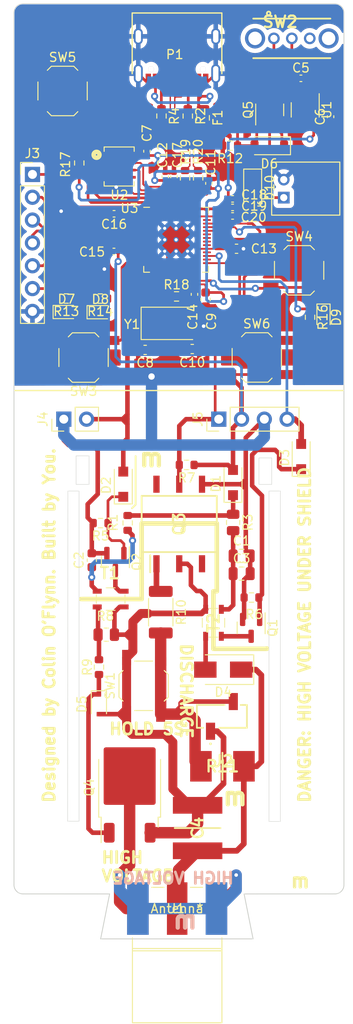
<source format=kicad_pcb>
(kicad_pcb (version 20221018) (generator pcbnew)
  (layers (0 "F.Cu" signal) (31 "B.Cu" signal) (34 "B.Paste" user) (35 "F.Paste" user) (36 "B.SilkS" user "B.Silkscreen") (37 "F.SilkS" user "F.Silkscreen") (38 "B.Mask" user) (39 "F.Mask" user) (44 "Edge.Cuts" user))
  (net 0 "")
  (net 1 "Net-(T2-SB)")
  (net 2 "GND")
  (net 3 "Net-(D4-K)")
  (net 4 "Net-(D5-A)")
  (net 5 "+3V3")
  (net 6 "Net-(SW2-B)")
  (net 7 "+1V2")
  (net 8 "Net-(C10-Pad1)")
  (net 9 "/HVPULSE")
  (net 10 "/HVPWM")
  (net 11 "Net-(U3-XIN)")
  (net 12 "Net-(D1-K)")
  (net 13 "Net-(D2-K)")
  (net 14 "Net-(F1-Pad1)")
  (net 15 "VBUS")
  (net 16 "/GP0")
  (net 17 "/GP1")
  (net 18 "/GP2")
  (net 19 "/GP3")
  (net 20 "/GP4")
  (net 21 "/GP5")
  (net 22 "/CHARGED")
  (net 23 "Net-(D3-K)")
  (net 24 "/D-")
  (net 25 "/D+")
  (net 26 "Net-(D4-A)")
  (net 27 "Net-(T1-SB)")
  (net 28 "Net-(Q1-D)")
  (net 29 "Net-(Q2-D)")
  (net 30 "/GP6")
  (net 31 "/GP7")
  (net 32 "/GP27")
  (net 33 "/QSPI_CS")
  (net 34 "Net-(D5-K)")
  (net 35 "Net-(D7-A)")
  (net 36 "Net-(D8-A)")
  (net 37 "/GP11")
  (net 38 "/RST")
  (net 39 "/GP28")
  (net 40 "Net-(D9-A)")
  (net 41 "/QSPI_DATA1")
  (net 42 "/QSPI_DATA2")
  (net 43 "/QSPI_DATA0")
  (net 44 "/QSPI_SCK")
  (net 45 "/QSPI_DATA3")
  (net 46 "Net-(D10-A)")
  (net 47 "Net-(J1-Ext)")
  (net 48 "Net-(J2-Pin_2)")
  (net 49 "Net-(P1-CC)")
  (net 50 "Net-(P1-VCONN)")
  (net 53 "/SWCLK")
  (net 54 "/SWDIO")
  (net 55 "Net-(Q3-A)")
  (net 56 "Net-(U3-XOUT)")
  (net 74 "Net-(D6-K)")
  (net 75 "/VSYS")
  (net 76 "/+")
  (net 77 "/-")
  (net 78 "Net-(T1-SA)")
  (footprint "Resistor_SMD:R_0603_1608Metric" (layer "F.Cu") (at 67.1494 71.0941 180)
    (fp_text reference "R7")
    (fp_text value "22K")
  )
  (footprint "Capacitor_SMD:C_0402_1005Metric" (layer "F.Cu") (at 72.27 43.4)
    (fp_text reference "C20")
    (fp_text value "0.1uF")
  )
  (footprint "Package_TO_SOT_SMD:TO-252-3_TabPin2" (layer "F.Cu") (at 60.7894 106.9641 90)
    (fp_text reference "Q4")
    (fp_text value "RGT16BM65DTL")
  )
  (footprint "Button_Switch_SMD:SW_SPST_TL3342" (layer "F.Cu") (at 79.69 49.45)
    (fp_text reference "SW4")
    (fp_text value "RESET")
  )
  (footprint "Capacitor_SMD:C_0402_1005Metric" (layer "F.Cu") (at 68.02 52.12 -90)
    (fp_text reference "C14")
    (fp_text value "0.1uF")
  )
  (footprint "Resistor_SMD:R_0603_1608Metric" (layer "F.Cu") (at 57.5494 77.5641 180)
    (fp_text reference "R5")
    (fp_text value "1K")
  )
  (footprint "" (layer "F.Cu") (at 56.20504 115.11313)
    (fp_text reference "")
    (fp_text value "")
  )
  (footprint "Resistor_SMD:R_0603_1608Metric" (layer "F.Cu") (at 68.43 39.175 -90)
    (fp_text reference "R20")
    (fp_text value "27")
  )
  (footprint "Package_TO_SOT_SMD:SOT-23-5" (layer "F.Cu") (at 80.37 31.6025 -90)
    (fp_text reference "U1")
    (fp_text value "AP2112K-3.3")
  )
  (footprint "Resistor_SMD:R_0805_2012Metric" (layer "F.Cu") (at 58.1794 89.9741)
    (fp_text reference "R8")
    (fp_text value "2K")
  )
  (footprint "Capacitor_SMD:C_0805_2012Metric" (layer "F.Cu") (at 73.2794 81.2141)
    (fp_text reference "C1")
    (fp_text value "4.7uF")
  )
  (footprint "chipshouter:RP2040-QFN-56" (layer "F.Cu") (at 65.97 46.05)
    (fp_text reference "U3")
    (fp_text value "RP2040")
  )
  (footprint "Resistor_SMD:R_0603_1608Metric" (layer "F.Cu") (at 64.34 32.285 -90)
    (fp_text reference "R4")
    (fp_text value "5.1K")
  )
  (footprint "Button_Switch_SMD:SW_SPST_TL3342" (layer "F.Cu") (at 74.97 59.14)
    (fp_text reference "SW6")
    (fp_text value "TL3342F450QG")
  )
  (footprint "Crystal:Crystal_SMD_5032-2Pin_5.0x3.2mm" (layer "F.Cu") (at 65.12 55.35)
    (fp_text reference "Y1")
    (fp_text value "12Mhz")
  )
  (footprint "chipshouter:OS102011MA1QN1" (layer "F.Cu") (at 78.8775 23.64986)
    (fp_text reference "SW2")
    (fp_text value "ON" hide)
  )
  (footprint "chipshouter:RESC6432X120N" (layer "F.Cu") (at 71.1394 104.6141)
    (fp_text reference "R11")
    (fp_text value "300K" hide)
  )
  (footprint "Connector_PinHeader_2.54mm:PinHeader_1x07_P2.54mm_Vertical" (layer "F.Cu") (at 49.95 38.78)
    (fp_text reference "J3")
    (fp_text value "Header7")
  )
  (footprint "chipshouter:ATB3225240110T000" (layer "F.Cu") (at 58.6694 86.0141 180)
    (fp_text reference "T1")
    (fp_text value "ATB322524" hide)
  )
  (footprint "Resistor_SMD:R_0603_1608Metric" (layer "F.Cu") (at 74.3794 85.8441 180)
    (fp_text reference "R6")
    (fp_text value "1K")
  )
  (footprint "Fuse:Fuse_0805_2012Metric" (layer "F.Cu") (at 68.9725 32.4875 -90)
    (fp_text reference "F1")
    (fp_text value "0.5A")
  )
  (footprint "Package_TO_SOT_SMD:SOT-23" (layer "F.Cu") (at 74.3394 89.2166 -90)
    (fp_text reference "Q1")
    (fp_text value "AO3422")
  )
  (footprint "Diode_SMD:D_SOD-123F" (layer "F.Cu") (at 74.51 40.3875 -90)
    (fp_text reference "D10")
    (fp_text value "SM4005PL-TP")
  )
  (footprint "Capacitor_SMD:C_0402_1005Metric" (layer "F.Cu") (at 69.63 39.775 90)
    (fp_text reference "C11")
    (fp_text value "0.1uF")
  )
  (footprint "Resistor_SMD:R_0805_2012Metric" (layer "F.Cu") (at 72.3294 77.4941 -90)
    (fp_text reference "R3")
    (fp_text value "75R")
  )
  (footprint "Connector_PinHeader_2.54mm:PinHeader_1x02_P2.54mm_Vertical" (layer "F.Cu") (at 53.4444 66.0041 90)
    (fp_text reference "J4")
    (fp_text value "Header 2")
  )
  (footprint "Diode_SMD:D_SOD-123F" (layer "F.Cu") (at 79.9194 70.1641 90)
    (fp_text reference "D3")
    (fp_text value "SM4005PL-TP")
  )
  (footprint "Diode_SMD:D_SOD-323F" (layer "F.Cu") (at 57.3594 97.7141 -90)
    (fp_text reference "D5")
    (fp_text value "MM3Zxx")
  )
  (footprint "Capacitor_SMD:C_0402_1005Metric" (layer "F.Cu") (at 64.76 39.04 90)
    (fp_text reference "C12")
    (fp_text value "0.1uF")
  )
  (footprint "chipshouter:W25Q16JVUUIQ" (layer "F.Cu") (at 59.62 37.9)
    (fp_text reference "U2")
    (fp_text value "W25Q16JV")
  )
  (footprint "Resistor_SMD:R_2010_5025Metric" (layer "F.Cu") (at 64.2594 87.4741 -90)
    (fp_text reference "R10")
    (fp_text value "20M")
  )
  (footprint "LED_SMD:LED_0603_1608Metric" (layer "F.Cu") (at 82.41 54.6825 -90)
    (fp_text reference "D9")
    (fp_text value "Charge On")
  )
  (footprint "Capacitor_SMD:C_0402_1005Metric" (layer "F.Cu") (at 62.72 36.2 90)
    (fp_text reference "C7")
    (fp_text value "0.1uF")
  )
  (footprint "Capacitor_SMD:C_0402_1005Metric" (layer "F.Cu") (at 83.2 32.3625 90)
    (fp_text reference "C6")
    (fp_text value "10uF")
  )
  (footprint "Capacitor_SMD:C_0805_2012Metric" (layer "F.Cu") (at 73.2794 83.1841)
    (fp_text reference "C3")
    (fp_text value "4.7uF")
  )
  (footprint "LED_SMD:LED_0603_1608Metric" (layer "F.Cu") (at 57.525 54.105)
    (fp_text reference "D8")
    (fp_text value "Status")
  )
  (footprint "Resistor_SMD:R_0603_1608Metric" (layer "F.Cu") (at 80.91 54.67 -90)
    (fp_text reference "R16")
    (fp_text value "1K")
  )
  (footprint "Resistor_SMD:R_0603_1608Metric" (layer "F.Cu") (at 66.02 52.35 180)
    (fp_text reference "R18")
    (fp_text value "1k")
  )
  (footprint "Resistor_SMD:R_0603_1608Metric" (layer "F.Cu") (at 66.97 39.175 -90)
    (fp_text reference "R19")
    (fp_text value "27")
  )
  (footprint "Capacitor_SMD:C_0603_1608Metric" (layer "F.Cu") (at 69.26 52.69 -90)
    (fp_text reference "C9")
    (fp_text value "1uF")
  )
  (footprint "Capacitor_SMD:C_0402_1005Metric" (layer "F.Cu") (at 59.04 47.35 180)
    (fp_text reference "C15")
    (fp_text value "0.1uF")
  )
  (footprint "Capacitor_SMD:C_0402_1005Metric" (layer "F.Cu") (at 65.73 39.04 90)
    (fp_text reference "C17")
    (fp_text value "0.1uF")
  )
  (footprint "Capacitor_SMD:C_0603_1608Metric" (layer "F.Cu") (at 67.77 58.2)
    (fp_text reference "C10")
    (fp_text value "27pF")
  )
  (footprint "Resistor_SMD:R_0603_1608Metric" (layer "F.Cu") (at 55.17 37.51 90)
    (fp_text reference "R17")
    (fp_text value "10K")
  )
  (footprint "chipshouter:BG30602A20400LG" (layer "F.Cu") (at 71.0794 99.0641)
    (fp_text reference "J2")
    (fp_text value "BG306-02-A-2-0400-L-G" hide)
  )
  (footprint "LED_SMD:LED_0603_1608Metric" (layer "F.Cu") (at 53.7375 54.085)
    (fp_text reference "D7")
    (fp_text value "H.V.Detected")
  )
  (footprint "Button_Switch_SMD:SW_SPST_TL3342" (layer "F.Cu") (at 53.31 29.5)
    (fp_text reference "SW5")
    (fp_text value "BOOT")
  )
  (footprint "Package_TO_SOT_SMD:SOT-23" (layer "F.Cu") (at 76.41 31.6 90)
    (fp_text reference "Q5")
    (fp_text value "DMG3415U-7")
  )
  (footprint "Button_Switch_SMD:SW_SPST_TL3342" (layer "F.Cu") (at 62.3494 95.6641 90)
    (fp_text reference "SW1")
    (fp_text value "TL3342F450QG")
  )
  (footprint "Resistor_SMD:R_0603_1608Metric" (layer "F.Cu") (at 57.51 52.59 180)
    (fp_text reference "R14")
    (fp_text value "1K")
  )
  (footprint "Capacitor_SMD:C_0603_1608Metric" (layer "F.Cu") (at 56.5694 81.6941 90)
    (fp_text reference "C2")
    (fp_text value "100nF")
  )
  (footprint "Resistor_SMD:R_0603_1608Metric" (layer "F.Cu") (at 72 35.58 180)
    (fp_text reference "R12")
    (fp_text value "100K")
  )
  (footprint "Resistor_SMD:R_0603_1608Metric" (layer "F.Cu") (at 60.5694 77.5441 -90)
    (fp_text reference "R1")
    (fp_text value "10R")
  )
  (footprint "chipshouter:ATB3225240110T000" (layer "F.Cu") (at 70.1394 88.6541 90)
    (fp_text reference "T2")
    (fp_text value "ATB322524" hide)
  )
  (footprint "Diode_SMD:D_SOD-123F" (layer "F.Cu") (at 60.0794 73.2366 90)
    (fp_text reference "D2")
    (fp_text value "SM4005PL-TP")
  )
  (footprint "Capacitor_SMD:C_0603_1608Metric" (layer "F.Cu") (at 62.52 58.3 180)
    (fp_text reference "C8")
    (fp_text value "27pF")
  )
  (footprint "Diode_SMD:D_SOD-123" (layer "F.Cu") (at 76.3675 35.59 180)
    (fp_text reference "D6")
    (fp_text value "MBR120")
  )
  (footprint "chipshouter:JST_S2B-PH-K-S(LF)(SN)" (layer "F.Cu") (at 77.9775 40.36 90)
    (fp_text reference "J6")
    (fp_text value "Input Power:2x AA Battery")
  )
  (footprint "Resistor_SMD:R_0603_1608Metric" (layer "F.Cu") (at 57.3694 93.5841 -90)
    (fp_text reference "R9")
    (fp_text value "10R")
  )
  (footprint "Resistor_SMD:R_0603_1608Metric" (layer "F.Cu") (at 67.2725 32.2875 -90)
    (fp_text reference "R2")
    (fp_text value "5.1K")
  )
  (footprint "chipshouter:SOP254P952X470-6N" (layer "F.Cu") (at 66.3194 77.6641 90)
    (fp_text reference "Q3")
    (fp_text value "LDA111STR" hide)
  )
  (footprint "Diode_SMD:D_SOD-123F" (layer "F.Cu") (at 72.3194 73.0566 90)
    (fp_text reference "D1")
    (fp_text value "SM4005PL-TP")
  )
  (footprint "Capacitor_SMD:C_0402_1005Metric" (layer "F.Cu") (at 72.27 42.45)
    (fp_text reference "C19")
    (fp_text value "0.1uF")
  )
  (footprint "Capacitor_SMD:C_0402_1005Metric" (layer "F.Cu") (at 72.27 41.5)
    (fp_text reference "C18")
    (fp_text value "0.1uF")
  )
  (footprint "Package_TO_SOT_SMD:SOT-23" (layer "F.Cu") (at 59.1994 81.8741 -90)
    (fp_text reference "Q2")
    (fp_text value "AO3422")
  )
  (footprint "chipshouter:732511150" (layer "F.Cu") (at 66.09 121.61 180)
    (fp_text reference "J1")
    (fp_text value "Antenna")
  )
  (footprint "Capacitor_SMD:C_0402_1005Metric" (layer "F.Cu") (at 59.05 43.16 180)
    (fp_text reference "C16")
    (fp_text value "0.1uF")
  )
  (footprint "Button_Switch_SMD:SW_SPST_TL3342" (layer "F.Cu") (at 55.65 59.15 180)
    (fp_text reference "SW3")
    (fp_text value "TL3342F450QG")
  )
  (footprint "" (layer "F.Cu") (at 75.20408 115.11313)
    (fp_text reference "")
    (fp_text value "")
  )
  (footprint "Connectors:C393939" (layer "F.Cu") (at 66.0725 27.575 180)
    (fp_text reference "P1")
    (fp_text value "USB_C_Plug_USB2.0")
  )
  (footprint "Resistor_SMD:R_0603_1608Metric" (layer "F.Cu") (at 53.725 52.585 180)
    (fp_text reference "R13")
    (fp_text value "1K")
  )
  (footprint "Connector_PinHeader_2.54mm:PinHeader_1x04_P2.54mm_Vertical" (layer "F.Cu") (at 70.7294 66.0041 90)
    (fp_text reference "J5")
    (fp_text value "Header 4")
  )
  (footprint "chipshouter:CAPC6153X500N" (layer "F.Cu") (at 68.3694 111.4841 90)
    (fp_text reference "C4")
    (fp_text value "0.47uF" hide)
  )
  (footprint "Capacitor_SMD:C_0603_1608Metric" (layer "F.Cu") (at 72.71 47.05)
    (fp_text reference "C13")
    (fp_text value "1uF")
  )
  (footprint "Capacitor_SMD:C_0402_1005Metric" (layer "F.Cu") (at 79.89 28.0925)
    (fp_text reference "C5")
    (fp_text value "10uF")
  )
  (footprint "Diode_SMD:D_SMA" (layer "F.Cu") (at 71.2294 93.8641 180)
    (fp_text reference "D4")
    (fp_text value "MURA160T3G")
  )
  (gr_line (start 61.4544 75.5134) (end 61.4544 70.1134) (stroke (width 0.2)) (layer "F.SilkS"))
  (gr_line (start 62.1308 77.604) (end 70.5128 77.604) (stroke (width 0.508)) (layer "F.SilkS"))
  (gr_line (start 70.1318 85.1478) (end 70.5128 85.1478) (stroke (width 0.508)) (layer "F.SilkS"))
  (gr_line (start 70.1318 91.5486) (end 76.0754 91.5486) (stroke (width 0.508)) (layer "F.SilkS"))
  (gr_line (start 76.0754 91.5486) (end 76.0754 91.4978) (stroke (width 0.508)) (layer "F.SilkS"))
  (gr_line (start 70.5128 85.1478) (end 70.5128 77.604) (stroke (width 0.508)) (layer "F.SilkS"))
  (gr_line (start 55.3744 86.0114) (end 62.1308 86.0114) (stroke (width 0.508)) (layer "F.SilkS"))
  (gr_line (start 61.0544 75.9134) (end 61.4544 75.5134) (stroke (width 0.2)) (layer "F.SilkS"))
  (gr_line (start 62.1308 86.0114) (end 62.1308 84.3604) (stroke (width 0.508)) (layer "F.SilkS"))
  (gr_line (start 70.1318 91.5486) (end 70.1318 85.1478) (stroke (width 0.508)) (layer "F.SilkS"))
  (gr_line (start 47.92 62.82) (end 84.65 62.82) (stroke (width 0.15)) (layer "F.SilkS"))
  (gr_line (start 62.1308 84.3604) (end 62.1308 77.604) (stroke (width 0.508)) (layer "F.SilkS"))
  (gr_line (start 75.2118 70.3142) (end 75.2118 73.2606) (stroke (width 0.05)) (layer "Edge.Cuts"))
  (gr_line (start 47.89 20.81) (end 47.89 117.81) (stroke (width 0.1)) (layer "Edge.Cuts"))
  (gr_line (start 73.5544 118.8134) (end 83.69 118.81) (stroke (width 0.1)) (layer "Edge.Cuts"))
  (gr_arc (start 48.89 118.81) (mid 48.182893 118.517107) (end 47.89 117.81) (stroke (width 0.1)) (layer "Edge.Cuts"))
  (gr_line (start 53.9012 73.9972) (end 55.1458 73.9972) (stroke (width 0.05)) (layer "Edge.Cuts"))
  (gr_line (start 76.3294 73.9972) (end 76.3294 110.751) (stroke (width 0.05)) (layer "Edge.Cuts"))
  (gr_line (start 77.5994 73.9972) (end 76.3294 73.9972) (stroke (width 0.05)) (layer "Edge.Cuts"))
  (gr_arc (start 83.69 19.81) (mid 84.397107 20.102893) (end 84.69 20.81) (stroke (width 0.1)) (layer "Edge.Cuts"))
  (gr_line (start 77.5994 110.751) (end 77.5994 73.9972) (stroke (width 0.05)) (layer "Edge.Cuts"))
  (gr_line (start 55.1458 73.9972) (end 55.1458 110.7256) (stroke (width 0.05)) (layer "Edge.Cuts"))
  (gr_line (start 48.89 19.81) (end 83.69 19.81) (stroke (width 0.1)) (layer "Edge.Cuts"))
  (gr_line (start 55.1458 110.7256) (end 53.8758 110.7256) (stroke (width 0.05)) (layer "Edge.Cuts"))
  (gr_line (start 74.5544 123.8134) (end 57.5544 123.8134) (stroke (width 0.1)) (layer "Edge.Cuts"))
  (gr_arc (start 84.69 117.81) (mid 84.397107 118.517107) (end 83.69 118.81) (stroke (width 0.1)) (layer "Edge.Cuts"))
  (gr_line (start 57.5544 123.8134) (end 58.5544 118.8134) (stroke (width 0.1)) (layer "Edge.Cuts"))
  (gr_line (start 76.3294 110.751) (end 77.5994 110.751) (stroke (width 0.05)) (layer "Edge.Cuts"))
  (gr_line (start 75.2118 73.2606) (end 76.6342 73.2606) (stroke (width 0.05)) (layer "Edge.Cuts"))
  (gr_line (start 54.8156 73.2606) (end 54.8156 70.0856) (stroke (width 0.05)) (layer "Edge.Cuts"))
  (gr_arc (start 47.89 20.81) (mid 48.182893 20.102893) (end 48.89 19.81) (stroke (width 0.1)) (layer "Edge.Cuts"))
  (gr_line (start 76.6342 73.2606) (end 76.6342 70.3142) (stroke (width 0.05)) (layer "Edge.Cuts"))
  (gr_line (start 58.5544 118.8134) (end 48.89 118.81) (stroke (width 0.1)) (layer "Edge.Cuts"))
  (gr_line (start 76.6342 70.3142) (end 75.2118 70.3142) (stroke (width 0.05)) (layer "Edge.Cuts"))
  (gr_line (start 54.8156 70.0856) (end 56.2634 70.0856) (stroke (width 0.05)) (layer "Edge.Cuts"))
  (gr_line (start 56.2634 73.2606) (end 54.8156 73.2606) (stroke (width 0.05)) (layer "Edge.Cuts"))
  (gr_line (start 56.2634 70.0856) (end 56.2634 73.2606) (stroke (width 0.05)) (layer "Edge.Cuts"))
  (gr_line (start 84.69 20.81) (end 84.69 117.81) (stroke (width 0.1)) (layer "Edge.Cuts"))
  (gr_line (start 73.5544 118.8134) (end 74.5544 123.8134) (stroke (width 0.1)) (layer "Edge.Cuts"))
  (gr_line (start 53.8758 110.7256) (end 53.9012 73.9972) (stroke (width 0.05)) (layer "Edge.Cuts"))
  (gr_text "HIGH VOLTAGE" (at 72.5544 117.8134 360) (layer "B.SilkS") (effects (font (size 1.27 1.27) (thickness 0.3048)) (justify left bottom mirror)))
  (gr_text "m" (at 68.5544 122.8134 360) (layer "B.SilkS") (effects (font (size 1.905 1.905) (thickness 0.508) bold) (justify left bottom mirror)))
  (gr_text "m" (at 78.57685 118.23428 360) (layer "F.SilkS") (effects (font (size 1.5 1.5) (thickness 0.508) bold) (justify left bottom)))
  (gr_text "HOLD 5S" (at 58.3592 101.2086) (layer "F.SilkS") (effects (font (size 1.27 1.27) (thickness 0.3048)) (justify left bottom)))
  (gr_text "HIGH\nVOLTAGE" (at 57.508 117.5582) (layer "F.SilkS") (effects (font (size 1.27 1.27) (thickness 0.3048)) (justify left bottom)))
  (gr_text "m" (at 61.6482 71.4064 360) (layer "F.SilkS") (effects (font (size 1.905 1.905) (thickness 0.508) bold) (justify left bottom)))
  (gr_text "DISCHARGE" (at 66.3592 90.8182 270) (layer "F.SilkS") (effects (font (size 1.27 1.27) (thickness 0.3048)) (justify left bottom)))
  (gr_text "m" (at 70.97 109.1 360) (layer "F.SilkS") (effects (font (size 1.905 1.905) (thickness 0.508) bold) (justify left bottom)))
  (gr_text "DANGER: HIGH VOLTAGE UNDER SHIELD" (at 81.0544 108.8134 90) (layer "F.SilkS") (effects (font (size 1.27 1.27) (thickness 0.3048)) (justify left bottom)))
  (gr_text "Designed by Colin O'Flynn. Built by You.\n" (at 52.5544 108.81341 90) (layer "F.SilkS") (effects (font (size 1.27 1.27) (thickness 0.3048)) (justify left bottom)))
  (segment (start 71.0144 87.1541) (end 71.8659 87.1541) (width 0.508) (layer "F.Cu") (net 1))
  (segment (start 72.34 86.68) (end 72.34 83.1947) (width 0.508) (layer "F.Cu") (net 1))
  (segment (start 72.3294 81.2141) (end 72.3294 78.4066) (width 0.508) (layer "F.Cu") (net 1))
  (segment (start 72.3294 83.1841) (end 72.3294 81.2141) (width 0.508) (layer "F.Cu") (net 1))
  (segment (start 72.34 83.1947) (end 72.3294 83.1841) (width 0.508) (layer "F.Cu") (net 1))
  (segment (start 71.8659 87.1541) (end 72.34 86.68) (width 0.508) (layer "F.Cu") (net 1))
  (segment (start 64.97 47.6) (end 64.695 47.325) (width 0.2) (layer "F.Cu") (net 2))
  (segment (start 73.16 73.2391) (end 73.2311 73.2391) (width 0.508) (layer "F.Cu") (net 2))
  (segment (start 56.5694 80.9191) (end 56.5694 77.7191) (width 0.508) (layer "F.Cu") (net 2))
  (segment (start 53.15 42.87) (end 53.44 43.16) (width 0.3) (layer "F.Cu") (net 2))
  (segment (start 73.5544 88.1141) (end 73.3894 88.2791) (width 0.508) (layer "F.Cu") (net 2))
  (segment (start 62.8725 28.4) (end 62.5775 28.4) (width 0.3) (layer "F.Cu") (net 2))
  (segment (start 73.742 73.75) (end 73.742 73.19) (width 0.508) (layer "F.Cu") (net 2))
  (segment (start 56.11 76.9497) (end 56.11 75.46) (width 0.508) (layer "F.Cu") (net 2))
  (segment (start 57.23 69.49) (end 56.63 68.89) (width 0.508) (layer "F.Cu") (net 2))
  (segment (start 53.4444 68.3544) (end 53.4444 66.0041) (width 0.508) (layer "F.Cu") (net 2))
  (segment (start 73.2311 73.2391) (end 73.742 73.75) (width 0.508) (layer "F.Cu") (net 2))
  (segment (start 58.2319 80.9191) (end 58.2494 80.9366) (width 0.508) (layer "F.Cu") (net 2))
  (segment (start 73.5544 83.8591) (end 74.2294 83.1841) (width 0.508) (layer "F.Cu") (net 2))
  (segment (start 69.5675 28.4) (end 70.3925 27.575) (width 0.3) (layer "F.Cu") (net 2))
  (segment (start 62.5775 28.4) (end 61.7525 27.575) (width 0.3) (layer "F.Cu") (net 2))
  (segment (start 56.11 75.46) (end 57.23 74.34) (width 0.508) (layer "F.Cu") (net 2))
  (segment (start 73.5544 85.8441) (end 73.5544 83.8591) (width 0.508) (layer "F.Cu") (net 2))
  (segment (start 73.742 73.19) (end 73.742 72.73) (width 0.508) (layer "F.Cu") (net 2))
  (segment (start 73.742 72.73) (end 73.742 68.0715) (width 0.508) (layer "F.Cu") (net 2))
  (segment (start 68.8594 73.2391) (end 73.16 73.2391) (width 0.508) (layer "F.Cu") (net 2))
  (segment (start 56.5694 80.9191) (end 58.2319 80.9191) (width 0.508) (layer "F.Cu") (net 2))
  (segment (start 56.7244 77.5641) (end 56.11 76.9497) (width 0.508) (layer "F.Cu") (net 2))
  (segment (start 56.63 68.89) (end 53.98 68.89) (width 0.508) (layer "F.Cu") (net 2))
  (segment (start 73.16 73.2391) (end 73.2329 73.2391) (width 0.508) (layer "F.Cu") (net 2))
  (segment (start 57.23 74.34) (end 57.23 69.49) (width 0.508) (layer "F.Cu") (net 2))
  (segment (start 73.16 73.2391) (end 73.6929 73.2391) (width 0.508) (layer "F.Cu") (net 2))
  (segment (start 73.5544 85.8441) (end 73.5544 88.1141) (width 0.508) (layer "F.Cu") (net 2))
  (segment (start 53.44 43.16) (end 58.57 43.16) (width 0.3) (layer "F.Cu") (net 2))
  (segment (start 73.6929 73.2391) (end 73.742 73.19) (width 0.508) (layer "F.Cu") (net 2))
  (segment (start 73.742 80.7267) (end 73.742 73.75) (width 0.508) (layer "F.Cu") (net 2))
  (segment (start 64.97 49.4875) (end 64.97 47.6) (width 0.2) (layer "F.Cu") (net 2))
  (segment (start 74.2294 81.2141) (end 73.742 80.7267) (width 0.508) (layer "F.Cu") (net 2))
  (segment (start 73.742 68.0715) (end 75.8094 66.0041) (width 0.508) (layer "F.Cu") (net 2))
  (segment (start 69.2725 28.4) (end 69.5675 28.4) (width 0.3) (layer "F.Cu") (net 2))
  (segment (start 53.98 68.89) (end 53.4444 68.3544) (width 0.508) (layer "F.Cu") (net 2))
  (segment (start 74.2294 83.1841) (end 74.2294 81.2141) (width 0.508) (layer "F.Cu") (net 2))
  (segment (start 73.2329 73.2391) (end 73.742 72.73) (width 0.508) (layer "F.Cu") (net 2))
  (segment (start 56.5694 77.7191) (end 56.7244 77.5641) (width 0.508) (layer "F.Cu") (net 2))
  (via (at 63.23 61.26) (size 1.27) (drill 0.7112) (layers "F.Cu" "B.Cu") (net 2))
  (via (at 59.29 40.19) (size 0.8) (drill 0.4) (layers "F.Cu" "B.Cu") (net 2))
  (via (at 73.485 47.05) (size 0.8) (drill 0.4) (layers "F.Cu" "B.Cu") (net 2))
  (via (at 57.97 49.31) (size 0.8) (drill 0.4) (layers "F.Cu" "B.Cu") (net 2))
  (via (at 53.15 42.87) (size 0.8) (drill 0.4) (layers "F.Cu" "B.Cu") (net 2))
  (via (at 69.04 55.66) (size 0.8) (drill 0.4) (layers "F.Cu" "B.Cu") (net 2))
  (segment (start 53.4444 66.0041) (end 53.4444 67.7544) (width 1.27) (layer "B.Cu") (net 2))
  (segment (start 53.4444 67.7544) (end 54.57 68.88) (width 1.27) (layer "B.Cu") (net 2))
  (segment (start 63.23 61.26) (end 63.23 68.88) (width 1.27) (layer "B.Cu") (net 2))
  (segment (start 54.57 68.88) (end 63.23 68.88) (width 1.27) (layer "B.Cu") (net 2))
  (segment (start 75.8094 68.0106) (end 75.8094 66.0041) (width 1.27) (layer "B.Cu") (net 2))
  (segment (start 63.23 68.88) (end 74.94 68.88) (width 1.27) (layer "B.Cu") (net 2))
  (segment (start 74.94 68.88) (end 75.8094 68.0106) (width 1.27) (layer "B.Cu") (net 2))
  (segment (start 75.48 104.09) (end 74.9559 104.6141) (width 0.635) (layer "F.Cu") (net 3))
  (segment (start 73.2294 93.8641) (end 74.8741 93.8641) (width 0.635) (layer "F.Cu") (net 3))
  (segment (start 74.9559 104.6141) (end 73.5394 104.6141) (width 0.635) (layer "F.Cu") (net 3))
  (segment (start 73.5394 104.6141) (end 73.52 104.6335) (width 0.635) (layer "F.Cu") (net 3))
  (segment (start 73.52 113.24) (end 72.7459 114.0141) (width 0.635) (layer "F.Cu") (net 3))
  (segment (start 72.7459 114.0141) (end 68.3694 114.0141) (width 0.635) (layer "F.Cu") (net 3))
  (segment (start 66.2494 116.1341) (end 66.2494 120.2822) (width 1.27) (layer "F.Cu") (net 3))
  (segment (start 66.2494 116.1341) (end 68.3694 114.0141) (width 1.27) (layer "F.Cu") (net 3))
  (segment (start 74.8741 93.8641) (end 75.48 94.47) (width 0.635) (layer "F.Cu") (net 3))
  (segment (start 75.48 94.47) (end 75.48 104.09) (width 0.635) (layer "F.Cu") (net 3))
  (segment (start 66.2494 120.2822) (end 66.09 120.4416) (width 1.27) (layer "F.Cu") (net 3))
  (segment (start 73.52 104.6335) (end 73.52 113.24) (width 0.635) (layer "F.Cu") (net 3))
  (segment (start 71.26 101.41) (end 71.26 106.55) (width 0.635) (layer "F.Cu") (net 4))
  (segment (start 60.34 89.9741) (end 60.3759 89.9741) (width 0.508) (layer "F.Cu") (net 4))
  (segment (start 68.7 85.12) (end 69.2644 85.6844) (width 0.508) (layer "F.Cu") (net 4))
  (segment (start 60.4494 99.69) (end 60.4494 100.4494) (width 1) (layer "F.Cu") (net 4))
  (segment (start 57.3594 98.8141) (end 59.7 98.8141) (width 0.508) (layer "F.Cu") (net 4))
  (segment (start 60.4494 98.8141) (end 60.4494 97.95) (width 1) (layer "F.Cu") (net 4))
  (segment (start 61.15 91.8135) (end 61.15 90.76) (width 1) (layer "F.Cu") (net 4))
  (segment (start 67.2191 82.0891) (end 67.62 82.49) (width 0.508) (layer "F.Cu") (net 4))
  (segment (start 69.2644 85.6844) (end 69.2644 87.1541) (width 0.508) (layer "F.Cu") (net 4))
  (segment (start 67.62 84.47) (end 68.27 85.12) (width 0.508) (layer "F.Cu") (net 4))
  (segment (start 59.7 98.9406) (end 60.4494 99.69) (width 0.508) (layer "F.Cu") (net 4))
  (segment (start 59.7 98.8141) (end 60.4494 98.8141) (width 0.508) (layer "F.Cu") (net 4))
  (segment (start 62.86 87.61) (end 62.85 87.62) (width 0.635) (layer "F.Cu") (net 4))
  (segment (start 68.8559 108.9541) (end 68.3694 108.9541) (width 0.635) (layer "F.Cu") (net 4))
  (segment (start 60.34 89.9741) (end 61.1341 89.9741) (width 0.508) (layer "F.Cu") (net 4))
  (segment (start 60.4494 100.4494) (end 61.06 101.06) (width 1) (layer "F.Cu") (net 4))
  (segment (start 61.1341 89.9741) (end 61.15 89.99) (width 0.508) (layer "F.Cu") (net 4))
  (segment (start 59.7 98.8141) (end 59.7 98.6994) (width 0.508) (layer "F.Cu") (net 4))
  (segment (start 63.0694 112.0041) (end 67.3359 112.0041) (width 1.27) (layer "F.Cu") (net 4))
  (segment (start 60.34 89.9741) (end 60.3641 89.9741) (width 0.508) (layer "F.Cu") (net 4))
  (segment (start 59.0919 89.9741) (end 60.34 89.9741) (width 0.508) (layer "F.Cu") (net 4))
  (segment (start 60.4494 98.8141) (end 60.4494 99.69) (width 1) (layer "F.Cu") (net 4))
  (segment (start 60.4494 97.95) (end 60.4494 92.5141) (width 1) (layer "F.Cu") (net 4))
  (segment (start 62.06 87.62) (end 62.85 87.62) (width 1) (layer "F.Cu") (net 4))
  (segment (start 61.15 88.53) (end 62.06 87.62) (width 1) (layer "F.Cu") (net 4))
  (segment (start 61.15 89.99) (end 61.15 89.2) (width 1) (layer "F.Cu") (net 4))
  (segment (start 59.7 98.6994) (end 60.4494 97.95) (width 0.508) (layer "F.Cu") (net 4))
  (segment (start 67.3359 112.0041) (end 68.3694 110.9706) (width 1.27) (layer "F.Cu") (net 4))
  (segment (start 68.8085 87.61) (end 62.86 87.61) (width 0.635) (layer "F.Cu") (net 4))
  (segment (start 71.26 106.55) (end 68.8559 108.9541) (width 0.635) (layer "F.Cu") (net 4))
  (segment (start 59.6709 86.8891) (end 60.1694 86.8891) (width 0.508) (layer "F.Cu") (net 4))
  (segment (start 60.3759 89.9741) (end 61.15 89.2) (width 0.508) (layer "F.Cu") (net 4))
  (segment (start 66.3194 82.0891) (end 67.2191 82.0891) (width 0.508) (layer "F.Cu") (net 4))
  (segment (start 68.3694 110.9706) (end 68.3694 108.9541) (width 1.27) (layer "F.Cu") (net 4))
  (segment (start 69.8094 100.7141) (end 70.5641 100.7141) (width 0.635) (layer "F.Cu") (net 4))
  (segment (start 61.15 89.2) (end 61.15 88.53) (width 1) (layer "F.Cu") (net 4))
  (segment (start 60.3641 89.9741) (end 61.15 90.76) (width 0.508) (layer "F.Cu") (net 4))
  (segment (start 61.15 90.76) (end 61.15 89.99) (width 1) (layer "F.Cu") (net 4))
  (segment (start 59.0919 89.9741) (end 59.0919 87.4681) (width 0.508) (layer "F.Cu") (net 4))
  (segment (start 59.7 98.8141) (end 59.7 98.9406) (width 0.508) (layer "F.Cu") (net 4))
  (segment (start 61.06 101.06) (end 64.74 101.06) (width 1) (layer "F.Cu") (net 4))
  (segment (start 65.61 107.14) (end 67.4241 108.9541) (width 1) (layer "F.Cu") (net 4))
  (segment (start 64.74 101.06) (end 65.61 101.93) (width 1) (layer "F.Cu") (net 4))
  (segment (start 67.4241 108.9541) (end 68.3694 108.9541) (width 1) (layer "F.Cu") (net 4))
  (segment (start 68.27 85.12) (end 68.7 85.12) (width 0.508) (layer "F.Cu") (net 4))
  (segment (start 60.4494 92.5141) (end 61.15 91.8135) (width 1) (layer "F.Cu") (net 4))
  (segment (start 69.2644 87.1541) (end 68.8085 87.61) (width 0.635) (layer "F.Cu") (net 4))
  (segment (start 70.5641 100.7141) (end 71.26 101.41) (width 0.635) (layer "F.Cu") (net 4))
  (segment (start 59.0919 87.4681) (end 59.6709 86.8891) (width 0.508) (layer "F.Cu") (net 4))
  (segment (start 65.61 101.93) (end 65.61 107.14) (width 1) (layer "F.Cu") (net 4))
  (segment (start 67.62 82.49) (end 67.62 84.47) (width 0.508) (layer "F.Cu") (net 4))
  (segment (start 63.73 43.45) (end 66.38 43.45) (width 0.2) (layer "F.Cu") (net 5))
  (segment (start 63.51 46.92) (end 63.51 43.64) (width 0.2) (layer "F.Cu") (net 5))
  (segment (start 71.82 61.04) (end 78.12 61.04) (width 0.3) (layer "F.Cu") (net 5))
  (segment (start 68.7 47.05) (end 68.52 47.05) (width 0.2) (layer "F.Cu") (net 5))
  (segment (start 68.5 43.65) (end 68.7 43.45) (width 0.2) (layer "F.Cu") (net 5))
  (segment (start 68.17 42.6125) (end 68.57 42.6125) (width 0.2) (layer "F.Cu") (net 5))
  (segment (start 70.12 43.45) (end 69.4075 43.45) (width 0.2) (layer "F.Cu") (net 5))
  (segment (start 68.5 43.48) (end 68.53 43.45) (width 0.2) (layer "F.Cu") (net 5))
  (segment (start 71.7569 71.0941) (end 72.3194 71.6566) (width 0.508) (layer "F.Cu") (net 5))
  (segment (start 55.17 40.18) (end 55.15 40.2) (width 0.3) (layer "F.Cu") (net 5))
  (segment (start 71.79 41.5) (end 71.79 42.45) (width 0.3) (layer "F.Cu") (net 5))
  (segment (start 63.51 43.64) (end 63.7 43.45) (width 0.2) (layer "F.Cu") (net 5))
  (segment (start 69.66 42.6125) (end 71.6275 42.6125) (width 0.3) (layer "F.Cu") (net 5))
  (segment (start 70.39 47.05) (end 69.4075 47.05) (width 0.2) (layer "F.Cu") (net 5))
  (segment (start 83.2 32.8425) (end 81.4225 32.8425) (width 0.3) (layer "F.Cu") (net 5))
  (segment (start 68.27 43.45) (end 68.3 43.45) (width 0.2) (layer "F.Cu") (net 5))
  (segment (start 62.5325 47.05) (end 63.38 47.05) (width 0.2) (layer "F.Cu") (net 5))
  (segment (start 63.3 43.45) (end 63.48 43.45) (width 0.2) (layer "F.Cu") (net 5))
  (segment (start 69.4075 43.45) (end 69.4075 42.85) (width 0.3) (layer "F.Cu") (net 5))
  (segment (start 68.5 48.3) (end 68.5 47.29) (width 0.2) (layer "F.Cu") (net 5))
  (segment (start 72.3194 71.6566) (end 72.3194 66.9541) (width 0.508) (layer "F.Cu") (net 5))
  (segment (start 69.4075 42.85) (end 69.4225 42.85) (width 0.3) (layer "F.Cu") (net 5))
  (segment (start 66.37 51.41) (end 67.79 51.41) (width 0.2) (layer "F.Cu") (net 5))
  (segment (start 68.28 48.52) (end 68.5 48.3) (width 0.2) (layer "F.Cu") (net 5))
  (segment (start 68.5 43.65) (end 68.5 43.6) (width 0.2) (layer "F.Cu") (net 5))
  (segment (start 63.51 43.64) (end 63.51 43.48) (width 0.2) (layer "F.Cu") (net 5))
  (segment (start 66.17 49.4875) (end 66.17 51.21) (width 0.2) (layer "F.Cu") (net 5))
  (segment (start 62.2425 43.16) (end 59.53 43.16) (width 0.2) (layer "F.Cu") (net 5))
  (segment (start 68.7 47.05) (end 68.7 47.09) (width 0.2) (layer "F.Cu") (net 5))
  (segment (start 66.57 43.26) (end 66.57 42.6125) (width 0.2) (layer "F.Cu") (net 5))
  (segment (start 69.41 42.6125) (end 69.66 42.6125) (width 0.3) (layer "F.Cu") (net 5))
  (segment (start 66.17 48.74) (end 66.39 48.52) (width 0.2) (layer "F.Cu") (net 5))
  (segment (start 68.5 46.85) (end 68.5 43.65) (width 0.2) (layer "F.Cu") (net 5))
  (segment (start 72.3194 66.9541) (end 73.2694 66.0041) (width 0.508) (layer "F.Cu") (net 5))
  (segment (start 71.24 47.06) (end 71.25 47.05) (width 0.3) (layer "F.Cu") (net 5))
  (segment (start 68.27 43.45) (end 66.76 43.45) (width 0.2) (layer "F.Cu") (net 5))
  (segment (start 70.4 47.06) (end 71.24 47.06) (width 0.3) (layer "F.Cu") (net 5))
  (segment (start 81.32 32.74) (end 81.32 34.42) (width 0.3) (layer "F.Cu") (net 5))
  (segment (start 63.38 47.05) (end 63.51 46.92) (width 0.2) (layer "F.Cu") (net 5))
  (segment (start 69.07 42.6125) (end 69.17 42.6125) (width 0.3) (layer "F.Cu") (net 5))
  (segment (start 68.52 47.05) (end 68.5 47.07) (width 0.2) (layer "F.Cu") (net 5))
  (segment (start 68.3 43.45) (end 68.5 43.65) (width 0.2) (layer "F.Cu") (net 5))
  (segment (start 81.32 34.42) (end 80.89 34.85) (width 0.3) (layer "F.Cu") (net 5))
  (segment (start 66.57 43.26) (end 66.76 43.45) (width 0.2) (layer "F.Cu") (net 5))
  (segment (start 73.2694 62.4894) (end 71.82 61.04) (width 0.508) (layer "F.Cu") (net 5))
  (segment (start 59.82 47.05) (end 59.52 47.35) (width 0.2) (layer "F.Cu") (net 5))
  (segment (start 59.51 47.36) (end 59.52 47.35) (width 0.3) (layer "F.Cu") (net 5))
  (segment (start 68.5 46.85) (end 68.7 47.05) (width 0.2) (layer "F.Cu") (net 5))
  (segment (start 63.32 43.45) (end 63.51 43.64) (width 0.2) (layer "F.Cu") (net 5))
  (segment (start 69.4075 47.05) (end 68.7 47.05) (width 0.2) (layer "F.Cu") (net 5))
  (segment (start 68.5 47.07) (end 68.5 46.85) (width 0.2) (layer "F.Cu") (net 5))
  (segment (start 68.7 47.09) (end 68.5 47.29) (width 0.2) (layer "F.Cu") (net 5))
  (segment (start 63.48 43.45) (end 63.73 43.45) (width 0.2) (layer "F.Cu") (net 5))
  (segment (start 68.5 43.65) (end 68.5 43.48) (width 0.2) (layer "F.Cu") (net 5))
  (segment (start 67.9744 71.0941) (end 71.7569 71.0941) (width 0.508) (layer "F.Cu") (net 5))
  (segment (start 69.07 42.6125) (end 69.41 42.6125) (width 0.3) (layer "F.Cu") (net 5))
  (segment (start 59.51 48.46) (end 59.51 47.36) (width 0.3) (layer "F.Cu") (net 5))
  (segment (start 63.92 36.68) (end 63.93 36.67) (width 0.3) (layer "F.Cu") (net 5))
  (segment (start 68.57 42.6125) (end 69.07 42.6125) (width 0.3) (layer "F.Cu") (net 5))
  (segment (start 70.12 43.45) (end 71.74 43.45) (width 0.3) (layer "F.Cu") (net 5))
  (segment (start 63.3 43.45) (end 63.32 43.45) (width 0.2) (layer "F.Cu") (net 5))
  (segment (start 63.7 43.45) (end 63.73 43.45) (width 0.2) (layer "F.Cu") (net 5))
  (segment (start 69.4075 42.85) (end 69.4075 42.615) (width 0.3) (layer "F.Cu") (net 5))
  (segment (start 66.57 42.6125) (end 66.17 42.6125) (width 0.2) (layer "F.Cu") (net 5))
  (segment (start 69.4225 42.85) (end 69.66 42.6125) (width 0.3) (layer "F.Cu") (net 5))
  (segment (start 71.25 47.05) (end 71.935 47.05) (width 0.3) (layer "F.Cu") (net 5))
  (segment (start 65.73 39.52) (end 65.73 40.09) (width 0.2) (layer "F.Cu") (net 5))
  (segment (start 69.4075 42.615) (end 69.41 42.6125) (width 0.3) (layer "F.Cu") (net 5))
  (segment (start 69.4075 43.45) (end 68.79 43.45) (width 0.2) (layer "F.Cu") (net 5))
  (segment (start 66.38 43.45) (end 66.57 43.26) (width 0.2) (layer "F.Cu") (net 5))
  (segment (start 68.65 43.45) (end 68.53 43.45) (width 0.2) (layer "F.Cu") (net 5))
  (segment (start 81.4225 32.8425) (end 81.32 32.74) (width 0.3) (layer "F.Cu") (net 5))
  (segment (start 70.4 47.06) (end 70.39 47.05) (width 0.2) (layer "F.Cu") (net 5))
  (segment (start 68.5 47.29) (end 68.5 47.07) (width 0.2) (layer "F.Cu") (net 5))
  (segment (start 66.17 49.4875) (end 66.17 48.74) (width 0.2) (layer "F.Cu") (net 5))
  (segment (start 62.5325 43.45) (end 63.3 43.45) (width 0.2) (layer "F.Cu") (net 5))
  (segment (start 62.72 36.68) (end 63.92 36.68) (width 0.3) (layer "F.Cu") (net 5))
  (segment (start 71.79 40.26) (end 71.79 41.5) (width 0.3) (layer "F.Cu") (net 5))
  (segment (start 66.39 48.52) (end 68.28 48.52) (width 0.2) (layer "F.Cu") (net 5))
  (segment (start 71.79 42.45) (end 71.79 43.4) (width 0.3) (layer "F.Cu") (net 5))
  (segment (start 73.2694 66.0041) (end 73.2694 62.4894) (width 0.508) (layer "F.Cu") (net 5))
  (segment (start 62.70015 36.69985) (end 62.72 36.68) (width 0.3) (layer "F.Cu") (net 5))
  (segment (start 68.79 43.45) (end 68.65 43.45) (width 0.2) (layer "F.Cu") (net 5))
  (segment (start 71.74 43.45) (end 71.79 43.4) (width 0.3) (layer "F.Cu") (net 5))
  (segment (start 60.9892 36.69985) (end 62.70015 36.69985) (width 0.3) (layer "F.Cu") (net 5))
  (segment (start 68.53 43.45) (end 68.27 43.45) (width 0.2) (layer "F.Cu") (net 5))
  (segment (start 66.17 51.21) (end 66.37 51.41) (width 0.2) (layer "F.Cu") (net 5))
  (segment (start 62.5325 47.05) (end 59.82 47.05) (width 0.2) (layer "F.Cu") (net 5))
  (segment (start 68.7 43.45) (end 68.79 43.45) (width 0.2) (layer "F.Cu") (net 5))
  (segment (start 63.51 43.48) (end 63.48 43.45) (width 0.2) (layer "F.Cu") (net 5))
  (segment (start 62.5325 43.45) (end 62.2425 43.16) (width 0.2) (layer "F.Cu") (net 5))
  (segment (start 55.17 38.335) (end 55.17 40.18) (width 0.3) (layer "F.Cu") (net 5))
  (segment (start 65.73 40.09) (end 66.17 40.53) (width 0.2) (layer "F.Cu") (net 5))
  (segment (start 71.6275 42.6125) (end 71.79 42.45) (width 0.3) (layer "F.Cu") (net 5))
  (segment (start 66.17 40.53) (end 66.17 42.6125) (width 0.2) (layer "F.Cu") (net 5))
  (segment (start 69.17 42.6125) (end 69.4075 42.85) (width 0.3) (layer "F.Cu") (net 5))
  (segment (start 66.76 43.45) (end 66.38 43.45) (width 0.2) (layer "F.Cu") (net 5))
  (segment (start 67.79 51.41) (end 68.02 51.64) (width 0.2) (layer "F.Cu") (net 5))
  (via (at 63.93 36.67) (size 0.8) (drill 0.4) (layers "F.Cu" "B.Cu") (net 5))
  (via (at 80.89 34.85) (size 0.8) (drill 0.4) (layers "F.Cu" "B.Cu") (net 5))
  (via (at 59.51 48.46) (size 0.8) (drill 0.4) (layers "F.Cu" "B.Cu") (net 5))
  (via (at 71.79 40.26) (size 0.8) (drill 0.4) (layers "F.Cu" "B.Cu") (net 5))
  (via (at 55.15 40.2) (size 0.8) (drill 0.4) (layers "F.Cu" "B.Cu") (net 5))
  (segment (start 61.8 38.11) (end 62.15 37.76) (width 0.3) (layer "B.Cu") (net 5))
  (segment (start 71.76 36.34) (end 71.43 36.67) (width 0.3) (layer "B.Cu") (net 5))
  (segment (start 59.24 48.73) (end 59.51 48.46) (width 0.3) (layer "B.Cu") (net 5))
  (segment (start 72.16 34.85) (end 71.79 35.22) (width 0.3) (layer "B.Cu") (net 5))
  (segment (start 71.43 36.67) (end 71.79 36.67) (width 0.3) (layer "B.Cu") (net 5))
  (segment (start 59.81 59.63) (end 59.24 59.06) (width 0.3) (layer "B.Cu") (net 5))
  (segment (start 55.15 41.4) (end 55.39 41.64) (width 0.3) (layer "B.Cu") (net 5))
  (segment (start 71.43 36.7) (end 71.43 36.67) (width 0.3) (layer "B.Cu") (net 5))
  (segment (start 61.8 41.45) (end 61.8 38.11) (width 0.3) (layer "B.Cu") (net 5))
  (segment (start 71.79 35.22) (end 71.79 36.34) (width 0.3) (layer "B.Cu") (net 5))
  (segment (start 71.79 37.06) (end 71.43 36.7) (width 0.3) (layer "B.Cu") (net 5))
  (segment (start 71.79 36.67) (end 71.79 37.06) (width 0.3) (layer "B.Cu") (net 5))
  (segment (start 59.24 59.06) (end 59.24 48.73) (width 0.3) (layer "B.Cu") (net 5))
  (segment (start 55.39 41.64) (end 61.61 41.64) (width 0.3) (layer "B.Cu") (net 5))
  (segment (start 63.93 36.67) (end 71.43 36.67) (width 0.3) (layer "B.Cu") (net 5))
  (segment (start 71.79 36.34) (end 71.79 36.67) (width 0.3) (layer "B.Cu") (net 5))
  (segment (start 63.93 37.33) (end 63.93 36.67) (width 0.3) (layer "B.Cu") (net 5))
  (segment (start 72.68 59.63) (end 59.81 59.63) (width 0.3) (layer "B.Cu") (net 5))
  (segment (start 55.15 40.2) (end 55.15 41.4) (width 0.3) (layer "B.Cu") (net 5))
  (segment (start 80.89 34.85) (end 72.16 34.85) (width 0.3) (layer "B.Cu") (net 5))
  (segment (start 61.61 41.64) (end 61.8 41.45) (width 0.3) (layer "B.Cu") (net 5))
  (segment (start 71.79 36.34) (end 71.76 36.34) (width 0.3) (layer "B.Cu") (net 5))
  (segment (start 73.2694 60.2194) (end 73.2694 66.0041) (width 0.3) (layer "B.Cu") (net 5))
  (segment (start 71.79 37.06) (end 71.79 40.26) (width 0.3) (layer "B.Cu") (net 5))
  (segment (start 63.5 37.76) (end 63.93 37.33) (width 0.3) (layer "B.Cu") (net 5))
  (segment (start 73.2694 60.2194) (end 72.68 59.63) (width 0.3) (layer "B.Cu") (net 5))
  (segment (start 62.15 37.76) (end 63.5 37.76) (width 0.3) (layer "B.Cu") (net 5))
  (segment (start 79.42 30.465) (end 79.42 28.1025) (width 0.3) (layer "F.Cu") (net 6))
  (segment (start 81.32 30.465) (end 81.32 31.36) (width 0.3) (layer "F.Cu") (net 6))
  (segment (start 79.42 31.45) (end 79.42 30.465) (width 0.3) (layer "F.Cu") (net 6))
  (segment (start 78.8775 27.56) (end 78.8775 23.64986) (width 0.3) (layer "F.Cu") (net 6))
  (segment (start 79.41 28.0925) (end 78.8775 27.56) (width 0.3) (layer "F.Cu") (net 6))
  (segment (start 79.42 28.1025) (end 79.41 28.0925) (width 0.3) (layer "F.Cu") (net 6))
  (segment (start 81.32 31.36) (end 81.03 31.65) (width 0.3) (layer "F.Cu") (net 6))
  (segment (start 79.62 31.65) (end 79.42 31.45) (width 0.3) (layer "F.Cu") (net 6))
  (segment (start 81.03 31.65) (end 79.62 31.65) (width 0.3) (layer "F.Cu") (net 6))
  (segment (start 69.26 51.915) (end 71.005 51.915) (width 0.3) (layer "F.Cu") (net 7))
  (segment (start 69.26 51.915) (end 69.26 51.15) (width 0.2) (layer "F.Cu") (net 7))
  (segment (start 64.76 39.887258) (end 64.76 39.52) (width 0.2) (layer "F.Cu") (net 7))
  (segment (start 63.59 39.4505) (end 64.6905 39.4505) (width 0.3) (layer "F.Cu") (net 7))
  (segment (start 69.725 40.35) (end 69.63 40.255) (width 0.3) (layer "F.Cu") (net 7))
  (segment (start 65.77 42.6125) (end 65.77 40.897258) (width 0.2) (layer "F.Cu") (net 7))
  (segment (start 68.08 41.04) (end 67.77 41.35) (width 0.2) (layer "F.Cu") (net 7))
  (segment (start 71.005 51.915) (end 71.27 52.18) (width 0.3) (layer "F.Cu") (net 7))
  (segment (start 69.38 41.04) (end 68.08 41.04) (width 0.2) (layer "F.Cu") (net 7))
  (segment (start 70.68 40.35) (end 69.725 40.35) (width 0.3) (layer "F.Cu") (net 7))
  (segment (start 69.63 40.255) (end 69.63 40.79) (width 0.2) (layer "F.Cu") (net 7))
  (segment (start 67.77 41.35) (end 67.77 42.43047) (width 0.2) (layer "F.Cu") (net 7))
  (segment (start 64.6905 39.4505) (end 64.76 39.52) (width 0.3) (layer "F.Cu") (net 7))
  (segment (start 69.12 51.01) (end 66.74 51.01) (width 0.2) (layer "F.Cu") (net 7))
  (segment (start 69.26 51.15) (end 69.12 51.01) (width 0.2) (layer "F.Cu") (net 7))
  (segment (start 65.77 40.897258) (end 64.76 39.887258) (width 0.2) (layer "F.Cu") (net 7))
  (segment (start 66.74 51.01) (end 66.57 50.84) (width 0.2) (layer "F.Cu") (net 7))
  (segment (start 69.63 40.79) (end 69.38 41.04) (width 0.2) (layer "F.Cu") (net 7))
  (segment (start 66.57 50.84) (end 66.57 49.4875) (width 0.2) (layer "F.Cu") (net 7))
  (segment (start 71.27 52.18) (end 71.27 52.91) (width 0.3) (layer "F.Cu") (net 7))
  (via (at 71.27 52.91) (size 0.8) (drill 0.4) (layers "F.Cu" "B.Cu") (net 7))
  (via (at 63.59 39.4505) (size 0.8) (drill 0.4) (layers "F.Cu" "B.Cu") (net 7))
  (via (at 70.68 40.35) (size 0.8) (drill 0.4) (layers "F.Cu" "B.Cu") (net 7))
  (segment (start 69.375 41.915) (end 69.63 41.66) (width 0.3) (layer "B.Cu") (net 7))
  (segment (start 70.68 41.31) (end 70.68 40.35) (width 0.3) (layer "B.Cu") (net 7))
  (segment (start 70.68 40.35) (end 70.68 38.67) (width 0.3) (layer "B.Cu") (net 7))
  (segment (start 69.56 52.91) (end 69.375 52.725) (width 0.3) (layer "B.Cu") (net 7))
  (segment (start 70.68 38.67) (end 70.45 38.44) (width 0.3) (layer "B.Cu") (net 7))
  (segment (start 69.63 41.66) (end 70.33 41.66) (width 0.3) (layer "B.Cu") (net 7))
  (segment (start 70.45 38.44) (end 63.79 38.44) (width 0.3) (layer "B.Cu") (net 7))
  (segment (start 63.59 38.64) (end 63.59 39.4505) (width 0.3) (layer "B.Cu") (net 7))
  (segment (start 69.375 52.725) (end 69.375 41.915) (width 0.3) (layer "B.Cu") (net 7))
  (segment (start 71.27 52.91) (end 69.56 52.91) (width 0.3) (layer "B.Cu") (net 7))
  (segment (start 63.79 38.44) (end 63.59 38.64) (width 0.3) (layer "B.Cu") (net 7))
  (segment (start 70.33 41.66) (end 70.68 41.31) (width 0.3) (layer "B.Cu") (net 7))
  (segment (start 66.97 52.475) (end 66.97 55.35) (width 0.3) (layer "F.Cu") (net 8))
  (segment (start 66.97 58.175) (end 66.995 58.2) (width 0.3) (layer "F.Cu") (net 8))
  (segment (start 66.845 52.35) (end 66.97 52.475) (width 0.3) (layer "F.Cu") (net 8))
  (segment (start 66.97 55.35) (end 66.97 58.175) (width 0.3) (layer "F.Cu") (net 8))
  (segment (start 61.45 50.55) (end 64 50.55) (width 0.2) (layer "F.Cu") (net 9))
  (segment (start 55.9844 66.0041) (end 59.95 66.0041) (width 0.508) (layer "F.Cu") (net 9))
  (segment (start 60.0099 66.0313) (end 60.544 66.5654) (width 0.508) (layer "F.Cu") (net 9))
  (segment (start 60.544 65.47) (end 60.544 65.98) (width 0.508) (layer "F.Cu") (net 9))
  (segment (start 60.544 51.456) (end 60.544 65.47) (width 0.508) (layer "F.Cu") (net 9))
  (segment (start 60.544 68.136) (end 60.544 66.5654) (width 0.508) (layer "F.Cu") (net 9))
  (segment (start 64.17 50.38) (end 64.17 49.4875) (width 0.2) (layer "F.Cu") (net 9))
  (segment (start 59.95 66.0041) (end 60.0099 66.0041) (width 0.508) (layer "F.Cu") (net 9))
  (segment (start 60.0794 68.6006) (end 60.544 68.136) (width 0.508) (layer "F.Cu") (net 9))
  (segment (start 60.544 65.98) (end 60.544 66.5654) (width 0.508) (layer "F.Cu") (net 9))
  (segment (start 59.95 66.0041) (end 60.5199 66.0041) (width 0.508) (layer "F.Cu") (net 9))
  (segment (start 61.3 50.7) (end 61.45 50.55) (width 0.2) (layer "F.Cu") (net 9))
  (segment (start 64 50.55) (end 64.17 50.38) (width 0.2) (layer "F.Cu") (net 9))
  (segment (start 61.3 50.7) (end 60.544 51.456) (width 0.508) (layer "F.Cu") (net 9))
  (segment (start 60.5199 66.0041) (end 60.544 65.98) (width 0.508) (layer "F.Cu") (net 9))
  (segment (start 60.0099 66.0041) (end 60.544 65.47) (width 0.508) (layer "F.Cu") (net 9))
  (segment (start 60.0099 66.0041) (end 60.0099 66.0313) (width 0.508) (layer "F.Cu") (net 9))
  (segment (start 60.0794 68.6006) (end 60.0794 71.8366) (width 0.508) (layer "F.Cu") (net 9))
  (segment (start 79.9194 68.7641) (end 79.9194 66.6894) (width 0.635) (layer "F.Cu") (net 10))
  (segment (start 79.2341 66.0041) (end 78.3494 66.0041) (width 0.635) (layer "F.Cu") (net 10))
  (segment (start 69.4075 47.85) (end 70.77 47.85) (width 0.2) (layer "F.Cu") (net 10))
  (segment (start 79.9194 66.6894) (end 79.2341 66.0041) (width 0.635) (layer "F.Cu") (net 10))
  (via (at 70.77 47.85) (size 0.8) (drill 0.4) (layers "F.Cu" "B.Cu") (net 10))
  (segment (start 78.33 65.9847) (end 78.3494 66.0041) (width 0.3) (layer "B.Cu") (net 10))
  (segment (start 70.77 50.44) (end 71.03 50.7) (width 0.3) (layer "B.Cu") (net 10))
  (segment (start 71.03 50.7) (end 77.63 50.7) (width 0.3) (layer "B.Cu") (net 10))
  (segment (start 77.63 50.7) (end 78.33 51.4) (width 0.3) (layer "B.Cu") (net 10))
  (segment (start 78.33 51.4) (end 78.33 65.9847) (width 0.3) (layer "B.Cu") (net 10))
  (segment (start 70.77 47.85) (end 70.77 50.44) (width 0.3) (layer "B.Cu") (net 10))
  (segment (start 65.37 51.1) (end 65.37 49.4875) (width 0.2) (layer "F.Cu") (net 11))
  (segment (start 65.02 51.3) (end 63.75 51.3) (width 0.3) (layer "F.Cu") (net 11))
  (segment (start 63.27 58.275) (end 63.295 58.3) (width 0.3) (layer "F.Cu") (net 11))
  (segment (start 63.75 51.3) (end 63.27 51.78) (width 0.3) (layer "F.Cu") (net 11))
  (segment (start 65.02 51.3) (end 65.17 51.3) (width 0.2) (layer "F.Cu") (net 11))
  (segment (start 63.27 51.78) (end 63.27 55.35) (width 0.3) (layer "F.Cu") (net 11))
  (segment (start 65.17 51.3) (end 65.37 51.1) (width 0.2) (layer "F.Cu") (net 11))
  (segment (start 63.27 55.35) (end 63.27 58.275) (width 0.3) (layer "F.Cu") (net 11))
  (segment (start 60.5694 76.7191) (end 72.1919 76.7191) (width 0.508) (layer "F.Cu") (net 12))
  (segment (start 72.3294 74.4666) (end 72.3194 74.4566) (width 0.508) (layer "F.Cu") (net 12))
  (segment (start 72.1919 76.7191) (end 72.3294 76.5816) (width 0.508) (layer "F.Cu") (net 12))
  (segment (start 72.3294 76.5816) (end 72.3294 74.4666) (width 0.508) (layer "F.Cu") (net 12))
  (segment (start 59.79 79.51) (end 60.1494 79.8694) (width 0.3048) (layer "F.Cu") (net 13))
  (segment (start 58.78 79.51) (end 59.79 79.51) (width 0.3048) (layer "F.Cu") (net 13))
  (segment (start 58.8134 74.6366) (end 60.0794 74.6366) (width 0.3048) (layer "F.Cu") (net 13))
  (segment (start 58.3744 77.5641) (end 58.3744 75.0756) (width 0.3048) (layer "F.Cu") (net 13))
  (segment (start 58.3744 75.0756) (end 58.8134 74.6366) (width 0.3048) (layer "F.Cu") (net 13))
  (segment (start 60.1494 79.8694) (end 60.1494 80.9366) (width 0.3048) (layer "F.Cu") (net 13))
  (segment (start 60.1494 80.9366) (end 60.1494 80.6694) (width 0.3048) (layer "F.Cu") (net 13))
  (segment (start 58.3744 77.5641) (end 58.3744 79.1044) (width 0.3048) (layer "F.Cu") (net 13))
  (segment (start 58.3744 79.1044) (end 58.78 79.51) (width 0.3048) (layer "F.Cu") (net 13))
  (segment (start 68.8 30.09) (end 68.48 30.41) (width 0.3) (layer "F.Cu") (net 14))
  (segment (start 69.74 30.09) (end 68.8 30.09) (width 0.3) (layer "F.Cu") (net 14))
  (segment (start 68.4725 29.72) (end 68.4725 29.7625) (width 0.3) (layer "F.Cu") (net 14))
  (segment (start 68.4725 30.41) (end 68.4725 31.05) (width 0.3) (layer "F.Cu") (net 14))
  (segment (start 63.6725 29.9905) (end 63.6725 28.4) (width 0.3) (layer "F.Cu") (net 14))
  (segment (start 68.4725 29.72) (end 68.4725 29.92) (width 0.3) (layer "F.Cu") (net 14))
  (segment (start 68.48 30.41) (end 68.4725 30.41) (width 0.3) (layer "F.Cu") (net 14))
  (segment (start 68.8 30.09) (end 68.4725 30.09) (width 0.3) (layer "F.Cu") (net 14))
  (segment (start 68.4725 28.4) (end 68.4725 29.72) (width 0.3) (layer "F.Cu") (net 14))
  (segment (start 68.4725 30.09) (end 68.4725 30.41) (width 0.3) (layer "F.Cu") (net 14))
  (segment (start 68.4725 31.05) (end 68.9725 31.55) (width 0.3) (layer "F.Cu") (net 14))
  (segment (start 68.4725 29.7625) (end 68.8 30.09) (width 0.3) (layer "F.Cu") (net 14))
  (segment (start 68.4725 29.92) (end 68.4725 30.09) (width 0.3) (layer "F.Cu") (net 14))
  (segment (start 63.573 30.09) (end 63.6725 29.9905) (width 0.3) (layer "F.Cu") (net 14))
  (via (at 63.573 30.09) (size 0.8) (drill 0.4) (layers "F.Cu" "B.Cu") (net 14))
  (via (at 69.74 30.09) (size 0.8) (drill 0.4) (layers "F.Cu" "B.Cu") (net 14))
  (segment (start 69.74 30.56) (end 69.74 30.09) (width 0.3) (layer "B.Cu") (net 14))
  (segment (start 63.573 30.433) (end 63.93 30.79) (width 0.3) (layer "B.Cu") (net 14))
  (segment (start 63.93 30.79) (end 69.51 30.79) (width 0.3) (layer "B.Cu") (net 14))
  (segment (start 63.573 30.09) (end 63.573 30.433) (width 0.3) (layer "B.Cu") (net 14))
  (segment (start 69.51 30.79) (end 69.74 30.56) (width 0.3) (layer "B.Cu") (net 14))
  (segment (start 74.9675 33.03) (end 75.46 32.5375) (width 0.3) (layer "F.Cu") (net 15))
  (segment (start 72.165 33.425) (end 72.825 34.085) (width 0.3) (layer "F.Cu") (net 15))
  (segment (start 74.9575 35.58) (end 74.9675 35.59) (width 0.3) (layer "F.Cu") (net 15))
  (segment (start 68.9725 33.425) (end 72.165 33.425) (width 0.3) (layer "F.Cu") (net 15))
  (segment (start 72.825 35.58) (end 74.9575 35.58) (width 0.3) (layer "F.Cu") (net 15))
  (segment (start 72.825 34.085) (end 72.825 35.58) (width 0.3) (layer "F.Cu") (net 15))
  (segment (start 74.9675 35.59) (end 74.9675 33.03) (width 0.3) (layer "F.Cu") (net 15))
  (segment (start 52.67 43.85) (end 52.07 43.25) (width 0.2) (layer "F.Cu") (net 16))
  (segment (start 49.95 38.78) (end 51.59 38.78) (width 0.3) (layer "F.Cu") (net 16))
  (segment (start 51.59 38.78) (end 51.92 39.11) (width 0.3) (layer "F.Cu") (net 16))
  (segment (start 51.92 39.11) (end 52.07 39.26) (width 0.3) (layer "F.Cu") (net 16))
  (segment (start 52.07 39.26) (end 52.07 42.64) (width 0.3) (layer "F.Cu") (net 16))
  (segment (start 62.5325 43.85) (end 52.67 43.85) (width 0.2) (layer "F.Cu") (net 16))
  (segment (start 52.07 43.25) (end 52.07 42.64) (width 0.2) (layer "F.Cu") (net 16))
  (segment (start 51.31 41.64) (end 51.31 43.31) (width 0.3) (layer "F.Cu") (net 17))
  (segment (start 49.95 41.32) (end 50.99 41.32) (width 0.3) (layer "F.Cu") (net 17))
  (segment (start 62.5325 44.25) (end 51.82 44.25) (width 0.2) (layer "F.Cu") (net 17))
  (segment (start 51.82 44.25) (end 51.31 43.74) (width 0.2) (layer "F.Cu") (net 17))
  (segment (start 50.99 41.32) (end 51.31 41.64) (width 0.3) (layer "F.Cu") (net 17))
  (segment (start 51.31 43.74) (end 51.31 43.31) (width 0.2) (layer "F.Cu") (net 17))
  (segment (start 50.27 43.86) (end 50.93 44.52) (width 0.3) (layer "F.Cu") (net 18))
  (segment (start 51.06 44.65) (end 50.93 44.52) (width 0.2) (layer "F.Cu") (net 18))
  (segment (start 49.95 43.86) (end 50.27 43.86) (width 0.3) (layer "F.Cu") (net 18))
  (segment (start 62.5325 44.65) (end 51.06 44.65) (width 0.2) (layer "F.Cu") (net 18))
  (segment (start 49.95 45.557057) (end 50.437057 45.07) (width 0.3) (layer "F.Cu") (net 19))
  (segment (start 50.437057 45.07) (end 50.7 45.07) (width 0.3) (layer "F.Cu") (net 19))
  (segment (start 49.95 46.4) (end 49.95 45.557057) (width 0.3) (layer "F.Cu") (net 19))
  (segment (start 62.5325 45.05) (end 50.72 45.05) (width 0.2) (layer "F.Cu") (net 19))
  (segment (start 50.72 45.05) (end 50.7 45.07) (width 0.2) (layer "F.Cu") (net 19))
  (segment (start 51.49 48.57) (end 51.12 48.94) (width 0.3) (layer "F.Cu") (net 20))
  (segment (start 52.04 45.72) (end 52.31 45.45) (width 0.2) (layer "F.Cu") (net 20))
  (segment (start 52.31 45.45) (end 62.5325 45.45) (width 0.2) (layer "F.Cu") (net 20))
  (segment (start 51.12 48.94) (end 49.95 48.94) (width 0.3) (layer "F.Cu") (net 20))
  (segment (start 52.04 45.72) (end 51.49 46.27) (width 0.3) (layer "F.Cu") (net 20))
  (segment (start 51.49 46.27) (end 51.49 48.57) (width 0.3) (layer "F.Cu") (net 20))
  (segment (start 51.99 46.81) (end 51.99 51.13) (width 0.3) (layer "F.Cu") (net 21))
  (segment (start 52.74 46.05) (end 52.94 45.85) (width 0.2) (layer "F.Cu") (net 21))
  (segment (start 51.99 51.13) (end 51.64 51.48) (width 0.3) (layer "F.Cu") (net 21))
  (segment (start 51.64 51.48) (end 49.95 51.48) (width 0.3) (layer "F.Cu") (net 21))
  (segment (start 52.94 45.85) (end 62.5325 45.85) (width 0.2) (layer "F.Cu") (net 21))
  (segment (start 52.74 46.06) (end 52.74 46.05) (width 0.2) (layer "F.Cu") (net 21))
  (segment (start 52.74 46.06) (end 51.99 46.81) (width 0.3) (layer "F.Cu") (net 21))
  (segment (start 67.0759 66.0041) (end 66.3244 66.7556) (width 0.508) (layer "F.Cu") (net 22))
  (segment (start 70.56 45.73) (end 70.82 45.99) (width 0.3) (layer "F.Cu") (net 22))
  (segment (start 70.56 45.73) (end 70.47 45.64) (width 0.2) (layer "F.Cu") (net 22))
  (segment (start 72.86 54.34) (end 73.06 54.14) (width 0.3) (layer "F.Cu") (net 22))
  (segment (start 66.3244 71.0941) (end 66.3244 73.2341) (width 0.508) (layer "F.Cu") (net 22))
  (segment (start 72.78 48.66) (end 73.06 48.94) (width 0.3) (layer "F.Cu") (net 22))
  (segment (start 66.3244 66.7556) (end 66.3244 71.0941) (width 0.508) (layer "F.Cu") (net 22))
  (segment (start 70.47 45.37) (end 70.15 45.05) (width 0.2) (layer "F.Cu") (net 22))
  (segment (start 74.62 46.27) (end 74.62 48.21) (width 0.3) (layer "F.Cu") (net 22))
  (segment (start 74.34 45.99) (end 74.62 46.27) (width 0.3) (layer "F.Cu") (net 22))
  (segment (start 73.06 48.94) (end 73.06 48.98) (width 0.3) (layer "F.Cu") (net 22))
  (segment (start 74.17 48.66) (end 73.34 48.66) (width 0.3) (layer "F.Cu") (net 22))
  (segment (start 70.7294 66.0041) (end 67.0759 66.0041) (width 0.508) (layer "F.Cu") (net 22))
  (segment (start 73.06 48.94) (end 73.34 48.66) (width 0.3) (layer "F.Cu") (net 22))
  (segment (start 74.62 48.21) (end 74.17 48.66) (width 0.3) (layer "F.Cu") (net 22))
  (segment (start 70.82 45.99) (end 74.34 45.99) (width 0.3) (layer "F.Cu") (net 22))
  (segment (start 70.33 54.9) (end 70.89 54.34) (width 0.3) (layer "F.Cu") (net 22))
  (segment (start 66.3244 73.2341) (end 66.3194 73.2391) (width 0.508) (layer "F.Cu") (net 22))
  (segment (start 73.06 54.14) (end 73.06 48.98) (width 0.3) (layer "F.Cu") (net 22))
  (segment (start 70.33 65.6047) (end 70.33 54.9) (width 0.3) (layer "F.Cu") (net 22))
  (segment (start 70.89 54.34) (end 72.86 54.34) (width 0.3) (layer "F.Cu") (net 22))
  (segment (start 70.7294 66.0041) (end 70.33 65.6047) (width 0.3) (layer "F.Cu") (net 22))
  (segment (start 73.03 48.66) (end 72.78 48.66) (width 0.3) (layer "F.Cu") (net 22))
  (segment (start 73.06 48.69) (end 73.03 48.66) (width 0.3) (layer "F.Cu") (net 22))
  (segment (start 72.78 48.66) (end 71.72 48.66) (width 0.3) (layer "F.Cu") (net 22))
  (segment (start 70.15 45.05) (end 69.4075 45.05) (width 0.2) (layer "F.Cu") (net 22))
  (segment (start 71.67 48.65) (end 69.4075 48.65) (width 0.2) (layer "F.Cu") (net 22))
  (segment (start 73.06 48.98) (end 73.06 48.69) (width 0.3) (layer "F.Cu") (net 22))
  (segment (start 70.47 45.64) (end 70.47 45.37) (width 0.2) (layer "F.Cu") (net 22))
  (segment (start 73.34 48.66) (end 73.03 48.66) (width 0.3) (layer "F.Cu") (net 22))
  (segment (start 75.55 85.4985) (end 75.55 74.51) (width 0.508) (layer "F.Cu") (net 23))
  (segment (start 77.46 71.31) (end 77.7141 71.5641) (width 0.508) (layer "F.Cu") (net 23))
  (segment (start 75.2894 85.9291) (end 75.2044 85.8441) (width 0.508) (layer "F.Cu") (net 23))
  (segment (start 77.46 69.86) (end 77.46 71.31) (width 0.508) (layer "F.Cu") (net 23))
  (segment (start 75.2044 85.8441) (end 75.55 85.4985) (width 0.508) (layer "F.Cu") (net 23))
  (segment (start 74.45 69.96) (end 74.99 69.42) (width 0.508) (layer "F.Cu") (net 23))
  (segment (start 75.55 74.51) (end 74.45 73.41) (width 0.508) (layer "F.Cu") (net 23))
  (segment (start 77.7141 71.5641) (end 79.9194 71.5641) (width 0.508) (layer "F.Cu") (net 23))
  (segment (start 77.02 69.42) (end 77.46 69.86) (width 0.508) (layer "F.Cu") (net 23))
  (segment (start 74.45 73.41) (end 74.45 69.96) (width 0.508) (layer "F.Cu") (net 23))
  (segment (start 75.2894 88.2791) (end 75.2894 85.9291) (width 0.508) (layer "F.Cu") (net 23))
  (segment (start 74.99 69.42) (end 77.02 69.42) (width 0.508) (layer "F.Cu") (net 23))
  (segment (start 66.8225 28.4) (end 66.8225 29.8475) (width 0.2) (layer "F.Cu") (net 24))
  (segment (start 65.8225 30.14) (end 65.8225 30.32) (width 0.1524) (layer "F.Cu") (net 24))
  (segment (start 66.24334 35.3688) (end 67.21334 35.3688) (width 0.1524) (layer "F.Cu") (net 24))
  (segment (start 65.8225 30.32) (end 65.8225 34.94796) (width 0.1524) (layer "F.Cu") (net 24))
  (segment (start 65.8225 29.98) (end 65.8225 30.14) (width 0.1524) (layer "F.Cu") (net 24))
  (segment (start 65.8225 30.2975) (end 65.98 30.14) (width 0.1524) (layer "F.Cu") (net 24))
  (segment (start 65.8225 28.4) (end 65.8225 29.98) (width 0.1524) (layer "F.Cu") (net 24))
  (segment (start 65.8225 29.98) (end 65.8225 29.9825) (width 0.1524) (layer "F.Cu") (net 24))
  (segment (start 65.8225 30.32) (end 65.8225 30.2975) (width 0.1524) (layer "F.Cu") (net 24))
  (segment (start 65.98 30.14) (end 65.8225 30.14) (width 0.2) (layer "F.Cu") (net 24))
  (segment (start 65.8225 29.9825) (end 65.98 30.14) (width 0.1524) (layer "F.Cu") (net 24))
  (segment (start 65.8225 34.94796) (end 66.24334 35.3688) (width 0.1524) (layer "F.Cu") (net 24))
  (segment (start 67.9012 36.05666) (end 67.9012 37.8212) (width 0.1524) (layer "F.Cu") (net 24))
  (segment (start 66.8225 29.8475) (end 66.53 30.14) (width 0.2) (layer "F.Cu") (net 24))
  (segment (start 66.53 30.14) (end 65.98 30.14) (width 0.2) (layer "F.Cu") (net 24))
  (segment (start 67.21334 35.3688) (end 67.9012 36.05666) (width 0.1524) (layer "F.Cu") (net 24))
  (segment (start 67.9012 37.8212) (end 68.43 38.35) (width 0.1524) (layer "F.Cu") (net 24))
  (segment (start 66.07666 35.7712) (end 67.04666 35.7712) (width 0.1524) (layer "F.Cu") (net 25))
  (segment (start 66.3225 27.1225) (end 66.17 26.97) (width 0.3) (layer "F.Cu") (net 25))
  (segment (start 66.3225 28.4) (end 66.3225 27.1225) (width 0.3) (layer "F.Cu") (net 25))
  (segment (start 65.3225 27.1275) (end 65.3225 28.4) (width 0.3) (layer "F.Cu") (net 25))
  (segment (start 65.3225 35.01704) (end 66.07666 35.7712) (width 0.1524) (layer "F.Cu") (net 25))
  (segment (start 67.4988 36.22334) (end 67.4988 37.8212) (width 0.1524) (layer "F.Cu") (net 25))
  (segment (start 65.3225 28.4) (end 65.3225 35.01704) (width 0.1524) (layer "F.Cu") (net 25))
  (segment (start 66.17 26.97) (end 65.48 26.97) (width 0.3) (layer "F.Cu") (net 25))
  (segment (start 67.04666 35.7712) (end 67.4988 36.22334) (width 0.1524) (layer "F.Cu") (net 25))
  (segment (start 65.48 26.97) (end 65.3225 27.1275) (width 0.3) (layer "F.Cu") (net 25))
  (segment (start 67.4988 37.8212) (end 66.97 38.35) (width 0.1524) (layer "F.Cu") (net 25))
  (segment (start 69.2644 90.1541) (end 69.2644 93.8291) (width 0.508) (layer "F.Cu") (net 26))
  (segment (start 69.2644 93.8291) (end 69.2294 93.8641) (width 0.508) (layer "F.Cu") (net 26))
  (segment (start 56.56 84.5297) (end 56.56 83.59) (width 0.508) (layer "F.Cu") (net 27))
  (segment (start 56.56 83.59) (end 56.56 82.4785) (width 0.508) (layer "F.Cu") (net 27))
  (segment (start 56.56 82.4785) (end 56.5694 82.4691) (width 0.508) (layer "F.Cu") (net 27))
  (segment (start 57.1694 85.1391) (end 56.56 84.5297) (width 0.508) (layer "F.Cu") (net 27))
  (segment (start 61.11 79.51) (end 61.11 78.9097) (width 0.508) (layer "F.Cu") (net 27))
  (segment (start 61.11 78.9097) (end 60.5694 78.3691) (width 0.508) (layer "F.Cu") (net 27))
  (via (at 56.56 83.59) (size 0.8) (drill 0.4) (layers "F.Cu" "B.Cu") (net 27))
  (via (at 61.11 79.51) (size 0.8) (drill 0.4) (layers "F.Cu" "B.Cu") (net 27))
  (segment (start 61.12 81.41) (end 61.12 79.52) (width 0.508) (layer "B.Cu") (net 27))
  (segment (start 56.56 82.29) (end 57 81.85) (width 0.508) (layer "B.Cu") (net 27))
  (segment (start 61.12 79.52) (end 61.11 79.51) (width 0.508) (layer "B.Cu") (net 27))
  (segment (start 56.56 83.59) (end 56.56 82.29) (width 0.508) (layer "B.Cu") (net 27))
  (segment (start 57 81.85) (end 60.68 81.85) (width 0.508) (layer "B.Cu") (net 27))
  (segment (start 60.68 81.85) (end 61.12 81.41) (width 0.508) (layer "B.Cu") (net 27))
  (segment (start 71.0144 90.1541) (end 74.3394 90.1541) (width 0.508) (layer "F.Cu") (net 28))
  (segment (start 59.1994 84.6794) (end 59.1994 82.8116) (width 0.508) (layer "F.Cu") (net 29))
  (segment (start 60.1694 85.1391) (end 59.6591 85.1391) (width 0.508) (layer "F.Cu") (net 29))
  (segment (start 59.6591 85.1391) (end 59.1994 84.6794) (width 0.508) (layer "F.Cu") (net 29))
  (segment (start 53.86 46.25) (end 62.5325 46.25) (width 0.2) (layer "F.Cu") (net 30))
  (segment (start 53.555 46.555) (end 53.86 46.25) (width 0.2) (layer "F.Cu") (net 30))
  (segment (start 52.9 47.21) (end 53.555 46.555) (width 0.3) (layer "F.Cu") (net 30))
  (segment (start 52.9 52.585) (end 52.9 47.21) (width 0.3) (layer "F.Cu") (net 30))
  (segment (start 56.685 46.895) (end 56.93 46.65) (width 0.2) (layer "F.Cu") (net 31))
  (segment (start 56.685 47.215) (end 56.685 46.895) (width 0.2) (layer "F.Cu") (net 31))
  (segment (start 56.93 46.65) (end 62.5325 46.65) (width 0.2) (layer "F.Cu") (net 31))
  (segment (start 56.685 52.59) (end 56.685 47.215) (width 0.3) (layer "F.Cu") (net 31))
  (segment (start 72.51 44.65) (end 69.4075 44.65) (width 0.2) (layer "F.Cu") (net 32))
  (segment (start 79.53 53.74) (end 80.805 53.74) (width 0.3) (layer "F.Cu") (net 32))
  (segment (start 80.805 53.74) (end 80.91 53.845) (width 0.3) (layer "F.Cu") (net 32))
  (segment (start 73.04 45.18) (end 72.51 44.65) (width 0.2) (layer "F.Cu") (net 32))
  (via (at 73.04 45.18) (size 0.8) (drill 0.4) (layers "F.Cu" "B.Cu") (net 32))
  (via (at 79.53 53.74) (size 0.8) (drill 0.4) (layers "F.Cu" "B.Cu") (net 32))
  (segment (start 73.04 45.18) (end 73.57 44.65) (width 0.3) (layer "B.Cu") (net 32))
  (segment (start 79.33 53.54) (end 79.53 53.74) (width 0.3) (layer "B.Cu") (net 32))
  (segment (start 73.57 44.65) (end 79.12 44.65) (width 0.3) (layer "B.Cu") (net 32))
  (segment (start 79.33 44.86) (end 79.33 53.54) (width 0.3) (layer "B.Cu") (net 32))
  (segment (start 79.12 44.65) (end 79.33 44.86) (width 0.3) (layer "B.Cu") (net 32))
  (segment (start 53.89 42.14) (end 53.89 36.93) (width 0.3) (layer "F.Cu") (net 33))
  (segment (start 54.135 36.685) (end 55.17 36.685) (width 0.3) (layer "F.Cu") (net 33))
  (segment (start 50.16 31.4) (end 56.46 31.4) (width 0.3) (layer "F.Cu") (net 33))
  (segment (start 56.46 36.27) (end 56.88985 36.69985) (width 0.3) (layer "F.Cu") (net 33))
  (segment (start 56.46 36.27985) (end 56.04 36.69985) (width 0.3) (layer "F.Cu") (net 33))
  (segment (start 56.04 36.69985) (end 56.89 36.69985) (width 0.3) (layer "F.Cu") (net 33))
  (segment (start 55.18485 36.69985) (end 56.04 36.69985) (width 0.3) (layer "F.Cu") (net 33))
  (segment (start 55.17 36.685) (end 55.18485 36.69985) (width 0.3) (layer "F.Cu") (net 33))
  (segment (start 53.89 36.93) (end 54.135 36.685) (width 0.3) (layer "F.Cu") (net 33))
  (segment (start 56.89 36.69985) (end 58.2508 36.69985) (width 0.3) (layer "F.Cu") (net 33))
  (segment (start 56.88985 36.69985) (end 56.89 36.69985) (width 0.3) (layer "F.Cu") (net 33))
  (segment (start 54.15 42.4) (end 53.89 42.14) (width 0.3) (layer "F.Cu") (net 33))
  (segment (start 56.46 36.27) (end 56.46 36.27985) (width 0.3) (layer "F.Cu") (net 33))
  (segment (start 62.5675 42.4) (end 54.15 42.4) (width 0.3) (layer "F.Cu") (net 33))
  (segment (start 56.46 36.27) (end 56.46 31.4) (width 0.3) (layer "F.Cu") (net 33))
  (segment (start 63.37 42.6125) (end 62.78 42.6125) (width 0.2) (layer "F.Cu") (net 33))
  (segment (start 62.78 42.6125) (end 62.5675 42.4) (width 0.3) (layer "F.Cu") (net 33))
  (segment (start 56.46 36.69985) (end 56.46 36.27) (width 0.3) (layer "F.Cu") (net 33))
  (segment (start 56.6859 96.6141) (end 57.3594 96.6141) (width 0.508) (layer "F.Cu") (net 34))
  (segment (start 58.5094 112.0041) (end 56.6541 112.0041) (width 0.508) (layer "F.Cu") (net 34))
  (segment (start 57.3594 96.6141) (end 57.3594 94.4191) (width 0.508) (layer "F.Cu") (net 34))
  (segment (start 56.6541 112.0041) (end 56.2 111.55) (width 0.508) (layer "F.Cu") (net 34))
  (segment (start 56.2 97.1) (end 56.6859 96.6141) (width 0.508) (layer "F.Cu") (net 34))
  (segment (start 56.2 111.55) (end 56.2 97.1) (width 0.508) (layer "F.Cu") (net 34))
  (segment (start 57.3594 94.4191) (end 57.3694 94.4091) (width 0.508) (layer "F.Cu") (net 34))
  (segment (start 54.55 52.585) (end 54.55 54.06) (width 0.3) (layer "F.Cu") (net 35))
  (segment (start 54.55 54.06) (end 54.525 54.085) (width 0.3) (layer "F.Cu") (net 35))
  (segment (start 58.335 52.59) (end 58.335 54.0825) (width 0.3) (layer "F.Cu") (net 36))
  (segment (start 58.335 54.0825) (end 58.3125 54.105) (width 0.3) (layer "F.Cu") (net 36))
  (segment (start 58.2975 52.5525) (end 58.335 52.59) (width 0.3) (layer "F.Cu") (net 36))
  (segment (start 61.58 48.65) (end 60.4 48.65) (width 0.3) (layer "F.Cu") (net 37))
  (segment (start 58.8 57.25) (end 52.5 57.25) (width 0.3) (layer "F.Cu") (net 37))
  (segment (start 59.94 49.11) (end 59.94 57.05) (width 0.3) (layer "F.Cu") (net 37))
  (segment (start 60.4 48.65) (end 59.94 49.11) (width 0.3) (layer "F.Cu") (net 37))
  (segment (start 59.74 57.25) (end 58.8 57.25) (width 0.3) (layer "F.Cu") (net 37))
  (segment (start 61.58 48.65) (end 62.5325 48.65) (width 0.2) (layer "F.Cu") (net 37))
  (segment (start 59.94 57.05) (end 59.74 57.25) (width 0.3) (layer "F.Cu") (net 37))
  (segment (start 70.125 50.885) (end 69.85 50.61) (width 0.3) (layer "F.Cu") (net 38))
  (segment (start 69.85 50.61) (end 69.42 50.61) (width 0.3) (layer "F.Cu") (net 38))
  (segment (start 69.42 50.61) (end 68.360025 50.61) (width 0.2) (layer "F.Cu") (net 38))
  (segment (start 67.77 50.019975) (end 67.77 49.4875) (width 0.2) (layer "F.Cu") (net 38))
  (segment (start 68.360025 50.61) (end 67.77 50.019975) (width 0.2) (layer "F.Cu") (net 38))
  (segment (start 76.54 51.35) (end 82.84 51.35) (width 0.3) (layer "F.Cu") (net 38))
  (segment (start 76.4405 51.4495) (end 76.54 51.35) (width 0.3) (layer "F.Cu") (net 38))
  (segment (start 74.81 51.4495) (end 76.4405 51.4495) (width 0.3) (layer "F.Cu") (net 38))
  (via (at 70.125 50.885) (size 0.8) (drill 0.4) (layers "F.Cu" "B.Cu") (net 38))
  (via (at 74.81 51.4495) (size 0.8) (drill 0.4) (layers "F.Cu" "B.Cu") (net 38))
  (segment (start 70.77 51.53) (end 74.7295 51.53) (width 0.3) (layer "B.Cu") (net 38))
  (segment (start 74.7295 51.53) (end 74.81 51.4495) (width 0.3) (layer "B.Cu") (net 38))
  (segment (start 70.125 50.885) (end 70.77 51.53) (width 0.3) (layer "B.Cu") (net 38))
  (segment (start 74.47 44.25) (end 75.32 45.1) (width 0.3) (layer "F.Cu") (net 39))
  (segment (start 73.96 44.25) (end 74.47 44.25) (width 0.3) (layer "F.Cu") (net 39))
  (segment (start 75.32 49.57) (end 74.98 49.91) (width 0.3) (layer "F.Cu") (net 39))
  (segment (start 73.56 50.22) (end 73.56 54.54) (width 0.3) (layer "F.Cu") (net 39))
  (segment (start 71.82 55.26) (end 71.82 57.24) (width 0.3) (layer "F.Cu") (net 39))
  (segment (start 71.82 57.24) (end 78.12 57.24) (width 0.3) (layer "F.Cu") (net 39))
  (segment (start 74.98 49.91) (end 73.87 49.91) (width 0.3) (layer "F.Cu") (net 39))
  (segment (start 73.87 49.91) (end 73.56 50.22) (width 0.3) (layer "F.Cu") (net 39))
  (segment (start 73.96 44.25) (end 69.4075 44.25) (width 0.2) (layer "F.Cu") (net 39))
  (segment (start 73.26 54.84) (end 72.24 54.84) (width 0.3) (layer "F.Cu") (net 39))
  (segment (start 73.56 54.54) (end 73.26 54.84) (width 0.3) (layer "F.Cu") (net 39))
  (segment (start 75.32 45.1) (end 75.32 49.57) (width 0.3) (layer "F.Cu") (net 39))
  (segment (start 72.24 54.84) (end 71.82 55.26) (width 0.3) (layer "F.Cu") (net 39))
  (segment (start 80.91 55.495) (end 82.385 55.495) (width 0.3) (layer "F.Cu") (net 40))
  (segment (start 82.385 55.495) (end 82.41 55.47) (width 0.3) (layer "F.Cu") (net 40))
  (segment (start 63.72 41.925) (end 63.72 42.030025) (width 0.2) (layer "F.Cu") (net 41))
  (segment (start 63.77 42.080025) (end 63.77 42.6125) (width 0.2) (layer "F.Cu") (net 41))
  (segment (start 56.49 41.9) (end 56.15 41.56) (width 0.3) (layer "F.Cu") (net 41))
  (segment (start 62.43 41.9) (end 62.455 41.875) (width 0.2) (layer "F.Cu") (net 41))
  (segment (start 62.43 41.9) (end 56.49 41.9) (width 0.3) (layer "F.Cu") (net 41))
  (segment (start 63.72 42.030025) (end 63.77 42.080025) (width 0.2) (layer "F.Cu") (net 41))
  (segment (start 56.15 41.56) (end 56.15 37.86) (width 0.3) (layer "F.Cu") (net 41))
  (segment (start 62.455 41.875) (end 63.67 41.875) (width 0.2) (layer "F.Cu") (net 41))
  (segment (start 56.15 37.86) (end 56.51005 37.49995) (width 0.3) (layer "F.Cu") (net 41))
  (segment (start 63.67 41.875) (end 63.72 41.925) (width 0.2) (layer "F.Cu") (net 41))
  (segment (start 56.51005 37.49995) (end 58.2508 37.49995) (width 0.3) (layer "F.Cu") (net 41))
  (segment (start 63.71 41.4) (end 64.01 41.4) (width 0.2) (layer "F.Cu") (net 42))
  (segment (start 57.19995 38.30005) (end 58.2508 38.30005) (width 0.3) (layer "F.Cu") (net 42))
  (segment (start 64.01 41.4) (end 64.17 41.56) (width 0.2) (layer "F.Cu") (net 42))
  (segment (start 57.44 41.4) (end 56.99 40.95) (width 0.3) (layer "F.Cu") (net 42))
  (segment (start 64.17 41.56) (end 64.17 42.6125) (width 0.2) (layer "F.Cu") (net 42))
  (segment (start 56.99 38.51) (end 57.19995 38.30005) (width 0.3) (layer "F.Cu") (net 42))
  (segment (start 56.99 40.95) (end 56.99 38.51) (width 0.3) (layer "F.Cu") (net 42))
  (segment (start 63.71 41.4) (end 57.44 41.4) (width 0.3) (layer "F.Cu") (net 42))
  (segment (start 64.57 41.394315) (end 64.57 42.6125) (width 0.2) (layer "F.Cu") (net 43))
  (segment (start 64.125685 40.95) (end 64.57 41.394315) (width 0.2) (layer "F.Cu") (net 43))
  (segment (start 61.27 40.95) (end 64.125685 40.95) (width 0.2) (layer "F.Cu") (net 43))
  (segment (start 60.9892 39.10015) (end 60.9892 40.6692) (width 0.2) (layer "F.Cu") (net 43))
  (segment (start 60.9892 40.6692) (end 61.27 40.95) (width 0.2) (layer "F.Cu") (net 43))
  (segment (start 61.9 40.36) (end 61.9 38.43) (width 0.2) (layer "F.Cu") (net 44))
  (segment (start 64.291371 40.55) (end 62.09 40.55) (width 0.2) (layer "F.Cu") (net 44))
  (segment (start 61.9 38.43) (end 61.77005 38.30005) (width 0.2) (layer "F.Cu") (net 44))
  (segment (start 61.77005 38.30005) (end 60.9892 38.30005) (width 0.2) (layer "F.Cu") (net 44))
  (segment (start 64.97 42.6125) (end 64.97 41.228629) (width 0.2) (layer "F.Cu") (net 44))
  (segment (start 64.97 41.228629) (end 64.291371 40.55) (width 0.2) (layer "F.Cu") (net 44))
  (segment (start 62.09 40.55) (end 61.9 40.36) (width 0.2) (layer "F.Cu") (net 44))
  (segment (start 62.58 40.15) (end 64.457057 40.15) (width 0.2) (layer "F.Cu") (net 45))
  (segment (start 65.37 41.062944) (end 65.37 42.6125) (width 0.2) (layer "F.Cu") (net 45))
  (segment (start 64.457057 40.15) (end 65.37 41.062944) (width 0.2) (layer "F.Cu") (net 45))
  (segment (start 60.9892 37.49995) (end 61.99995 37.49995) (width 0.2) (layer "F.Cu") (net 45))
  (segment (start 62.3 37.8) (end 62.3 39.87) (width 0.2) (layer "F.Cu") (net 45))
  (segment (start 62.3 39.87) (end 62.58 40.15) (width 0.2) (layer "F.Cu") (net 45))
  (segment (start 61.99995 37.49995) (end 62.3 37.8) (width 0.2) (layer "F.Cu") (net 45))
  (segment (start 77.9775 41.36) (end 74.9375 41.36) (width 0.3) (layer "F.Cu") (net 46))
  (segment (start 74.9375 41.36) (end 74.51 41.7875) (width 0.3) (layer "F.Cu") (net 46))
  (segment (start 60.7894 115.6006) (end 60.7894 105.7041) (width 1.27) (layer "F.Cu") (net 47))
  (segment (start 60.4316 120.4416) (end 61.7085 120.4416) (width 1.27) (layer "F.Cu") (net 47))
  (segment (start 72.67 116.71) (end 72.67 118.2431) (width 1.27) (layer "F.Cu") (net 47))
  (segment (start 72.67 118.2431) (end 70.4715 120.4416) (width 1.27) (layer "F.Cu") (net 47))
  (segment (start 59.67 116.72) (end 59.67 119.68) (width 1.27) (layer "F.Cu") (net 47))
  (segment (start 59.67 116.72) (end 60.7894 115.6006) (width 1.27) (layer "F.Cu") (net 47))
  (segment (start 59.67 119.68) (end 60.4316 120.4416) (width 1.27) (layer "F.Cu") (net 47))
  (via (at 72.67 116.71) (size 0.8) (drill 0.4) (layers "F.Cu" "B.Cu") (net 47))
  (via (at 59.67 116.72) (size 0.8) (drill 0.4) (layers "F.Cu" "B.Cu") (net 47))
  (segment (start 59.67 116.72) (end 59.67 118.4031) (width 1.27) (layer "B.Cu") (net 47))
  (segment (start 61.7085 120.4416) (end 70.4715 120.4416) (width 1.27) (layer "B.Cu") (net 47))
  (segment (start 59.67 118.4031) (end 61.7085 120.4416) (width 1.27) (layer "B.Cu") (net 47))
  (segment (start 70.4715 120.4416) (end 70.5884 120.4416) (width 1.27) (layer "B.Cu") (net 47))
  (segment (start 72.67 118.36) (end 72.67 116.71) (width 1.27) (layer "B.Cu") (net 47))
  (segment (start 70.5884 120.4416) (end 72.67 118.36) (width 1.27) (layer "B.Cu") (net 47))
  (segment (start 72.3494 97.4141) (end 66.6459 97.4141) (width 0.508) (layer "F.Cu") (net 48))
  (segment (start 66.47 97.9741) (end 66.5341 97.9741) (width 0.508) (layer "F.Cu") (net 48))
  (segment (start 68.0894 99.5294) (end 68.0894 104.0466) (width 1.27) (layer "F.Cu") (net 48))
  (segment (start 66.46 98.8041) (end 66.47 98.8141) (width 0.508) (layer "F.Cu") (net 48))
  (segment (start 64.2494 98.8141) (end 64.2494 93.37) (width 1.27) (layer "F.Cu") (net 48))
  (segment (start 64.2494 93.37) (end 64.2494 92.5141) (width 1.27) (layer "F.Cu") (net 48))
  (segment (start 68.0894 104.0466) (end 68.6569 104.6141) (width 1.27) (layer "F.Cu") (net 48))
  (segment (start 66.6459 97.4141) (end 66.47 97.59) (width 0.508) (layer "F.Cu") (net 48))
  (segment (start 68.0894 99.5294) (end 67.3741 98.8141) (width 1.27) (layer "F.Cu") (net 48))
  (segment (start 66.47 97.89) (end 66.47 97.9741) (width 0.508) (layer "F.Cu") (net 48))
  (segment (start 64.2494 89.7966) (end 64.2594 89.7866) (width 1.27) (layer "F.Cu") (net 48))
  (segment (start 66.47 97.9741) (end 65.63 98.8141) (width 0.508) (layer "F.Cu") (net 48))
  (segment (start 65.63 98.8141) (end 64.2494 98.8141) (width 1.27) (layer "F.Cu") (net 48))
  (segment (start 67.3741 98.8141) (end 66.47 98.8141) (width 1.27) (layer "F.Cu") (net 48))
  (segment (start 66.47 98.8141) (end 65.63 98.8141) (width 1.27) (layer "F.Cu") (net 48))
  (segment (start 66.5341 97.9741) (end 67.3741 98.8141) (width 0.508) (layer "F.Cu") (net 48))
  (segment (start 66.47 97.59) (end 66.47 97.89) (width 0.508) (layer "F.Cu") (net 48))
  (segment (start 64.2494 93.37) (end 64.2494 89.7966) (width 1.27) (layer "F.Cu") (net 48))
  (segment (start 66.47 97.89) (end 66.47 98.8141) (width 0.508) (layer "F.Cu") (net 48))
  (segment (start 67.3225 31.4125) (end 67.3225 28.4) (width 0.3) (layer "F.Cu") (net 49))
  (segment (start 67.2725 31.4625) (end 67.3225 31.4125) (width 0.3) (layer "F.Cu") (net 49))
  (segment (start 64.34 31.46) (end 64.3225 31.4425) (width 0.3) (layer "F.Cu") (net 50))
  (segment (start 64.3225 31.4425) (end 64.3225 28.4) (width 0.3) (layer "F.Cu") (net 50))
  (segment (start 63.7794 82.0891) (end 63.7794 84.6816) (width 0.635) (layer "F.Cu") (net 55))
  (segment (start 63.7794 84.6816) (end 64.2594 85.1616) (width 0.635) (layer "F.Cu") (net 55))
  (segment (start 65.77 51.775) (end 65.77 49.4875) (width 0.2) (layer "F.Cu") (net 56))
  (segment (start 65.195 52.35) (end 65.77 51.775) (width 0.2) (layer "F.Cu") (net 56))
  (segment (start 77.48 34) (end 77.48 32.6575) (width 0.3) (layer "F.Cu") (net 74))
  (segment (start 77.7675 35.59) (end 77.7675 34.2875) (width 0.3) (layer "F.Cu") (net 74))
  (segment (start 77.39 29.09) (end 77.39 32.5075) (width 0.3) (layer "F.Cu") (net 74))
  (segment (start 77.48 32.6575) (end 77.36 32.5375) (width 0.3) (layer "F.Cu") (net 74))
  (segment (start 76.8775 23.64986) (end 76.8775 28.5975) (width 0.3) (layer "F.Cu") (net 74))
  (segment (start 77.37 29.09) (end 77.39 29.09) (width 0.3) (layer "F.Cu") (net 74))
  (segment (start 77.39 32.5075) (end 77.36 32.5375) (width 0.3) (layer "F.Cu") (net 74))
  (segment (start 76.8775 28.5975) (end 77.37 29.09) (width 0.3) (layer "F.Cu") (net 74))
  (segment (start 77.7675 34.2875) (end 77.48 34) (width 0.3) (layer "F.Cu") (net 74))
  (segment (start 76.0325 38.9875) (end 76.4 38.62) (width 0.3) (layer "F.Cu") (net 75))
  (segment (start 76.4 30.6725) (end 76.41 30.6625) (width 0.3) (layer "F.Cu") (net 75))
  (segment (start 76.4 38.62) (end 76.4 30.6725) (width 0.3) (layer "F.Cu") (net 75))
  (segment (start 74.51 38.9875) (end 76.0325 38.9875) (width 0.3) (layer "F.Cu") (net 75))
  (segment (start 66.97 42.6125) (end 66.97 40) (width 0.1524) (layer "F.Cu") (net 76))
  (segment (start 67.37 42.6125) (end 67.395001 42.587499) (width 0.1524) (layer "F.Cu") (net 77))
  (segment (start 67.3724 42.6101) (end 67.3724 41.0576) (width 0.1524) (layer "F.Cu") (net 77))
  (segment (start 67.3724 41.0576) (end 68.43 40) (width 0.1524) (layer "F.Cu") (net 77))
  (segment (start 57.3694 92.7591) (end 57.3694 90.0766) (width 0.508) (layer "F.Cu") (net 78))
  (segment (start 57.2669 86.9866) (end 57.1694 86.8891) (width 0.508) (layer "F.Cu") (net 78))
  (segment (start 57.2669 89.9741) (end 57.2669 86.9866) (width 0.508) (layer "F.Cu") (net 78))
  (segment (start 57.3694 90.0766) (end 57.2669 89.9741) (width 0.508) (layer "F.Cu") (net 78))
  (zone (net 2) (net_name "GND") (layers "F&B.Cu") (connect_pads (clearance 0.5)) (min_thickness 0.25) (fill yes (thermal_gap 0.5) (thermal_bridge_width 0.5))
    (polygon (pts (xy 46.42 19.38) (xy 85.53 19.38) (xy 85.7 62.2) (xy 46.33 62.28) (xy 46.43 19.39)))
  )
)
</source>
